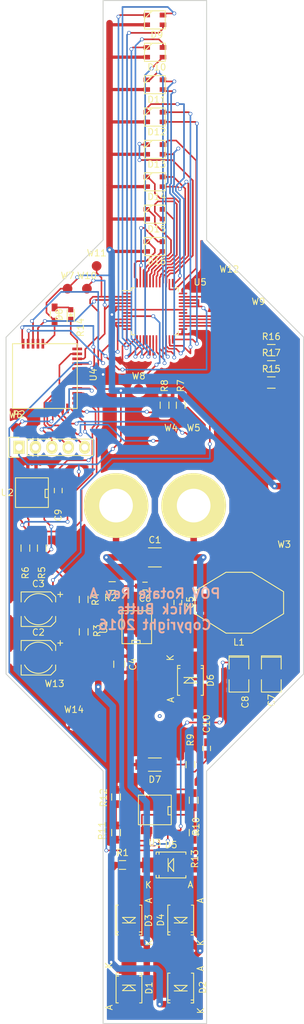
<source format=kicad_pcb>
(kicad_pcb (version 4) (host pcbnew 4.0.4-stable)
  (layers (0 F.Cu signal) (31 B.Cu signal) (34 B.Paste user) (35 F.Paste user) (36 B.SilkS user hide) (37 F.SilkS user) (38 B.Mask user) (39 F.Mask user) (44 Edge.Cuts user))
  (net 0 "")
  (net 1 "Net-(C1-Pad1)")
  (net 2 "Net-(C1-Pad2)")
  (net 3 PWR)
  (net 4 GND)
  (net 5 "Net-(C5-Pad1)")
  (net 6 "Net-(C6-Pad2)")
  (net 7 VCC)
  (net 8 "Net-(C10-Pad1)")
  (net 9 "Net-(C10-Pad2)")
  (net 10 "Net-(D5-Pad1)")
  (net 11 "Net-(D6-Pad1)")
  (net 12 "Net-(D8-Pad2)")
  (net 13 /BLE/LED)
  (net 14 /BLE/XRES)
  (net 15 /BLE/SWDCLK)
  (net 16 /BLE/SWDIO)
  (net 17 "Net-(R3-Pad1)")
  (net 18 /BLE/SCL)
  (net 19 /BLE/SDA)
  (net 20 /BLE/INPUT_POWER)
  (net 21 "Net-(R10-Pad1)")
  (net 22 "Net-(R11-Pad1)")
  (net 23 /BLE/ALIGNMENT)
  (net 24 /BLE/WP)
  (net 25 MOSI)
  (net 26 SCLK)
  (net 27 /BLE/TX)
  (net 28 /BLE/OTHER)
  (net 29 "Net-(U4-Pad21)")
  (net 30 "Net-(D9-Pad4)")
  (net 31 "Net-(D10-Pad4)")
  (net 32 "Net-(D11-Pad4)")
  (net 33 "Net-(D12-Pad4)")
  (net 34 "Net-(D13-Pad4)")
  (net 35 "Net-(D14-Pad4)")
  (net 36 "Net-(D15-Pad4)")
  (net 37 "Net-(D16-Pad4)")
  (net 38 "Net-(R15-Pad1)")
  (net 39 "Net-(R16-Pad1)")
  (net 40 "Net-(R17-Pad1)")
  (net 41 OE)
  (net 42 LE)
  (net 43 "Net-(D9-Pad1)")
  (net 44 "Net-(D9-Pad3)")
  (net 45 "Net-(D10-Pad1)")
  (net 46 "Net-(D10-Pad3)")
  (net 47 "Net-(D11-Pad1)")
  (net 48 "Net-(D11-Pad3)")
  (net 49 "Net-(D12-Pad1)")
  (net 50 "Net-(D12-Pad3)")
  (net 51 "Net-(D13-Pad1)")
  (net 52 "Net-(D13-Pad3)")
  (net 53 "Net-(D14-Pad1)")
  (net 54 "Net-(D14-Pad3)")
  (net 55 "Net-(D15-Pad1)")
  (net 56 "Net-(D15-Pad3)")
  (net 57 "Net-(D16-Pad1)")
  (net 58 "Net-(D16-Pad3)")
  (net 59 DG)
  (net 60 "Net-(U5-Pad8)")
  (net 61 "Net-(U5-Pad29)")
  (net 62 "Net-(U5-Pad35)")
  (module Diodes_SMD:SMB_Handsoldering (layer F.Cu) (at 192 222 90)
    (fp_text reference D4 (at 0 -3.1 90) (layer F.SilkS))
    (fp_text value D)
    (fp_text user K (at -3.5 3.1 90) (layer F.SilkS))
    (fp_text user A (at 3 3.05 90) (layer F.SilkS))
    (pad 1 smd rect (at -2.70002 0 90) (size 3.50012 2.30124) (layers F.Cu F.Paste F.Mask) (net 2 "Net-(C1-Pad2)"))
    (pad 2 smd rect (at 2.70002 0 90) (size 3.50012 2.30124) (layers F.Cu F.Paste F.Mask) (net 4 GND))
  )
  (module KicadLibrary:TDK_inductor_12.95x9.4x8.08 (layer F.Cu) (at 201 173)
    (fp_text reference L1 (at 0 6.1) (layer F.SilkS))
    (fp_text value 82u)
    (pad 2 smd rect (at 5.145 0) (size 2.92 2.79) (layers F.Cu F.Paste F.Mask) (net 7 VCC))
    (pad 1 smd rect (at -5.145 0) (size 2.92 2.79) (layers F.Cu F.Paste F.Mask) (net 11 "Net-(D6-Pad1)"))
  )
  (module SMD_Packages:SMD-1210_Pol (layer F.Cu) (at 201 184 270)
    (fp_text reference C8 (at 4.338 -0.97 270) (layer F.SilkS))
    (fp_text value 22u)
    (pad 1 smd rect (at -1.778 0 270) (size 1.778 2.794) (layers F.Cu F.Paste F.Mask) (net 7 VCC))
    (pad 2 smd rect (at 1.778 0 270) (size 1.778 2.794) (layers F.Cu F.Paste F.Mask) (net 4 GND))
  )
  (module Capacitors_SMD:C_1210_HandSoldering (layer F.Cu) (at 188 166)
    (fp_text reference C1 (at 0 -2.7) (layer F.SilkS))
    (fp_text value 100n)
    (pad 1 smd rect (at -2 0) (size 2 2.5) (layers F.Cu F.Paste F.Mask) (net 1 "Net-(C1-Pad1)"))
    (pad 2 smd rect (at 2 0) (size 2 2.5) (layers F.Cu F.Paste F.Mask) (net 2 "Net-(C1-Pad2)"))
  )
  (module Capacitors_SMD:c_elec_5x5.8 (layer F.Cu) (at 170 181.5 180)
    (fp_text reference C2 (at 0 3.9243 180) (layer F.SilkS))
    (fp_text value 10u)
    (fp_text user + (at -3.3782 2.3495 180) (layer F.SilkS))
    (pad 1 smd rect (at -2.2 0) (size 3 1.6) (layers F.Cu F.Paste F.Mask) (net 3 PWR))
    (pad 2 smd rect (at 2.2 0) (size 3 1.6) (layers F.Cu F.Paste F.Mask) (net 4 GND))
  )
  (module Capacitors_SMD:c_elec_5x5.8 (layer F.Cu) (at 170 174 180)
    (fp_text reference C3 (at 0 3.9243 180) (layer F.SilkS))
    (fp_text value 10u)
    (fp_text user + (at -3.3782 2.3495 180) (layer F.SilkS))
    (pad 1 smd rect (at -2.2 0) (size 3 1.6) (layers F.Cu F.Paste F.Mask) (net 3 PWR))
    (pad 2 smd rect (at 2.2 0) (size 3 1.6) (layers F.Cu F.Paste F.Mask) (net 4 GND))
  )
  (module Capacitors_SMD:C_0805_HandSoldering (layer F.Cu) (at 182.5 182.5 270)
    (fp_text reference C4 (at 0 -2.1 270) (layer F.SilkS))
    (fp_text value 1.5u)
    (pad 1 smd rect (at -1.25 0 270) (size 1.5 1.25) (layers F.Cu F.Paste F.Mask) (net 3 PWR))
    (pad 2 smd rect (at 1.25 0 270) (size 1.5 1.25) (layers F.Cu F.Paste F.Mask) (net 4 GND))
  )
  (module Capacitors_SMD:C_0603_HandSoldering (layer F.Cu) (at 191.56 172.97 270)
    (fp_text reference C5 (at 0 -1.9 270) (layer F.SilkS))
    (fp_text value 56p)
    (pad 1 smd rect (at -0.95 0 270) (size 1.2 0.75) (layers F.Cu F.Paste F.Mask) (net 5 "Net-(C5-Pad1)"))
    (pad 2 smd rect (at 0.95 0 270) (size 1.2 0.75) (layers F.Cu F.Paste F.Mask) (net 4 GND))
  )
  (module Capacitors_SMD:C_0603_HandSoldering (layer F.Cu) (at 186.48 170.43 180)
    (fp_text reference C6 (at 0 -1.9 180) (layer F.SilkS))
    (fp_text value 8.2n)
    (pad 1 smd rect (at -0.95 0 180) (size 1.2 0.75) (layers F.Cu F.Paste F.Mask) (net 5 "Net-(C5-Pad1)"))
    (pad 2 smd rect (at 0.95 0 180) (size 1.2 0.75) (layers F.Cu F.Paste F.Mask) (net 6 "Net-(C6-Pad2)"))
  )
  (module SMD_Packages:SMD-1210_Pol (layer F.Cu) (at 206 184 270)
    (fp_text reference C7 (at 4.084 -0.034 270) (layer F.SilkS))
    (fp_text value 22u)
    (pad 1 smd rect (at -1.778 0 270) (size 1.778 2.794) (layers F.Cu F.Paste F.Mask) (net 7 VCC))
    (pad 2 smd rect (at 1.778 0 270) (size 1.778 2.794) (layers F.Cu F.Paste F.Mask) (net 4 GND))
  )
  (module Capacitors_SMD:C_0603_HandSoldering (layer F.Cu) (at 173.07 155.68 90)
    (fp_text reference C9 (at -3.81 0 90) (layer F.SilkS))
    (fp_text value 0.1u)
    (pad 1 smd rect (at -0.95 0 90) (size 1.2 0.75) (layers F.Cu F.Paste F.Mask) (net 7 VCC))
    (pad 2 smd rect (at 0.95 0 90) (size 1.2 0.75) (layers F.Cu F.Paste F.Mask) (net 4 GND))
  )
  (module Capacitors_SMD:C_0603_HandSoldering (layer F.Cu) (at 196 195.5 90)
    (fp_text reference C10 (at 3.81 0 90) (layer F.SilkS))
    (fp_text value 3p)
    (pad 1 smd rect (at -0.95 0 90) (size 1.2 0.75) (layers F.Cu F.Paste F.Mask) (net 8 "Net-(C10-Pad1)"))
    (pad 2 smd rect (at 0.95 0 90) (size 1.2 0.75) (layers F.Cu F.Paste F.Mask) (net 9 "Net-(C10-Pad2)"))
  )
  (module Diodes_SMD:SMB_Handsoldering (layer F.Cu) (at 184 232.5 270)
    (fp_text reference D1 (at 0 -3.1 270) (layer F.SilkS))
    (fp_text value D)
    (fp_text user K (at -3.5 3.1 270) (layer F.SilkS))
    (fp_text user A (at 3 3.05 270) (layer F.SilkS))
    (pad 1 smd rect (at -2.70002 0 270) (size 3.50012 2.30124) (layers F.Cu F.Paste F.Mask) (net 3 PWR))
    (pad 2 smd rect (at 2.70002 0 270) (size 3.50012 2.30124) (layers F.Cu F.Paste F.Mask) (net 1 "Net-(C1-Pad1)"))
  )
  (module Diodes_SMD:SMB_Handsoldering (layer F.Cu) (at 192 232.5 90)
    (fp_text reference D2 (at 0.096 3.406 90) (layer F.SilkS))
    (fp_text value D)
    (fp_text user K (at -3.5 3.1 90) (layer F.SilkS))
    (fp_text user A (at 3 3.05 90) (layer F.SilkS))
    (pad 1 smd rect (at -2.70002 0 90) (size 3.50012 2.30124) (layers F.Cu F.Paste F.Mask) (net 3 PWR))
    (pad 2 smd rect (at 2.70002 0 90) (size 3.50012 2.30124) (layers F.Cu F.Paste F.Mask) (net 2 "Net-(C1-Pad2)"))
  )
  (module Diodes_SMD:SMB_Handsoldering (layer F.Cu) (at 184 222 90)
    (fp_text reference D3 (at -0.096 3.04 90) (layer F.SilkS))
    (fp_text value D)
    (fp_text user K (at -3.5 3.1 90) (layer F.SilkS))
    (fp_text user A (at 3 3.05 90) (layer F.SilkS))
    (pad 1 smd rect (at -2.70002 0 90) (size 3.50012 2.30124) (layers F.Cu F.Paste F.Mask) (net 1 "Net-(C1-Pad1)"))
    (pad 2 smd rect (at 2.70002 0 90) (size 3.50012 2.30124) (layers F.Cu F.Paste F.Mask) (net 4 GND))
  )
  (module Diodes_SMD:SMB_Handsoldering (layer F.Cu) (at 190.5 213.5)
    (fp_text reference D5 (at 0 -3.1) (layer F.SilkS))
    (fp_text value TVS)
    (fp_text user K (at -3.5 3.1) (layer F.SilkS))
    (fp_text user A (at 3 3.05) (layer F.SilkS))
    (pad 1 smd rect (at -2.70002 0) (size 3.50012 2.30124) (layers F.Cu F.Paste F.Mask) (net 10 "Net-(D5-Pad1)"))
    (pad 2 smd rect (at 2.70002 0) (size 3.50012 2.30124) (layers F.Cu F.Paste F.Mask) (net 4 GND))
  )
  (module Diodes_SMD:SMB_Handsoldering (layer F.Cu) (at 193.5 185 270)
    (fp_text reference D6 (at 0 -3.1 270) (layer F.SilkS))
    (fp_text value STPS2L40)
    (fp_text user K (at -3.5 3.1 270) (layer F.SilkS))
    (fp_text user A (at 3 3.05 270) (layer F.SilkS))
    (pad 1 smd rect (at -2.70002 0 270) (size 3.50012 2.30124) (layers F.Cu F.Paste F.Mask) (net 11 "Net-(D6-Pad1)"))
    (pad 2 smd rect (at 2.70002 0 270) (size 3.50012 2.30124) (layers F.Cu F.Paste F.Mask) (net 4 GND))
  )
  (module Capacitors_SMD:C_1206_HandSoldering (layer F.Cu) (at 188 198 180)
    (fp_text reference D7 (at 0 -2.3 180) (layer F.SilkS))
    (fp_text value PD15-21B/TR8)
    (pad 1 smd rect (at -2 0 180) (size 2 1.6) (layers F.Cu F.Paste F.Mask) (net 9 "Net-(C10-Pad2)"))
    (pad 2 smd rect (at 2 0 180) (size 2 1.6) (layers F.Cu F.Paste F.Mask) (net 4 GND))
  )
  (module LEDs:LED_0603 (layer F.Cu) (at 175 128.5 90)
    (fp_text reference D8 (at -0.02 -1.778 90) (layer F.SilkS))
    (fp_text value LED)
    (pad 2 smd rect (at 0.7493 0 270) (size 0.79756 0.79756) (layers F.Cu F.Paste F.Mask) (net 12 "Net-(D8-Pad2)"))
    (pad 1 smd rect (at -0.7493 0 270) (size 0.79756 0.79756) (layers F.Cu F.Paste F.Mask) (net 13 /BLE/LED))
  )
  (module Socket_Strips:Socket_Strip_Straight_1x05 (layer F.Cu) (at 167 149)
    (fp_text reference P2 (at 0 -5.1) (layer F.SilkS))
    (fp_text value CONN_01X05)
    (pad 1 thru_hole rect (at 0 0) (size 1.7272 2.032) (drill 1.016) (layers *.Cu *.Mask F.SilkS) (net 7 VCC))
    (pad 2 thru_hole oval (at 2.54 0) (size 1.7272 2.032) (drill 1.016) (layers *.Cu *.Mask F.SilkS) (net 4 GND))
    (pad 3 thru_hole oval (at 5.08 0) (size 1.7272 2.032) (drill 1.016) (layers *.Cu *.Mask F.SilkS) (net 14 /BLE/XRES))
    (pad 4 thru_hole oval (at 7.62 0) (size 1.7272 2.032) (drill 1.016) (layers *.Cu *.Mask F.SilkS) (net 15 /BLE/SWDCLK))
    (pad 5 thru_hole oval (at 10.16 0) (size 1.7272 2.032) (drill 1.016) (layers *.Cu *.Mask F.SilkS) (net 16 /BLE/SWDIO))
  )
  (module Resistors_SMD:R_0603_HandSoldering (layer F.Cu) (at 183 213.5)
    (fp_text reference R1 (at 0 -1.9) (layer F.SilkS))
    (fp_text value 0)
    (pad 1 smd rect (at -1.1 0) (size 1.2 0.9) (layers F.Cu F.Paste F.Mask) (net 3 PWR))
    (pad 2 smd rect (at 1.1 0) (size 1.2 0.9) (layers F.Cu F.Paste F.Mask) (net 10 "Net-(D5-Pad1)"))
  )
  (module Resistors_SMD:R_0603_HandSoldering (layer F.Cu) (at 181.4 170.43 180)
    (fp_text reference R2 (at 0.258 -1.794 180) (layer F.SilkS))
    (fp_text value 11k)
    (pad 1 smd rect (at -1.1 0 180) (size 1.2 0.9) (layers F.Cu F.Paste F.Mask) (net 6 "Net-(C6-Pad2)"))
    (pad 2 smd rect (at 1.1 0 180) (size 1.2 0.9) (layers F.Cu F.Paste F.Mask) (net 4 GND))
  )
  (module Resistors_SMD:R_0603_HandSoldering (layer F.Cu) (at 177 177.5 270)
    (fp_text reference R3 (at -0.172 -2.078 270) (layer F.SilkS))
    (fp_text value 4.3k)
    (pad 1 smd rect (at -1.1 0 270) (size 1.2 0.9) (layers F.Cu F.Paste F.Mask) (net 17 "Net-(R3-Pad1)"))
    (pad 2 smd rect (at 1.1 0 270) (size 1.2 0.9) (layers F.Cu F.Paste F.Mask) (net 4 GND))
  )
  (module Resistors_SMD:R_0603_HandSoldering (layer F.Cu) (at 177 172.5 90)
    (fp_text reference R4 (at 0.014 1.824 90) (layer F.SilkS))
    (fp_text value 13k)
    (pad 1 smd rect (at -1.1 0 90) (size 1.2 0.9) (layers F.Cu F.Paste F.Mask) (net 17 "Net-(R3-Pad1)"))
    (pad 2 smd rect (at 1.1 0 90) (size 1.2 0.9) (layers F.Cu F.Paste F.Mask) (net 7 VCC))
  )
  (module Resistors_SMD:R_0603_HandSoldering (layer F.Cu) (at 170.53 164.57 90)
    (fp_text reference R5 (at -3.81 0 90) (layer F.SilkS))
    (fp_text value 4k)
    (pad 1 smd rect (at -1.1 0 90) (size 1.2 0.9) (layers F.Cu F.Paste F.Mask) (net 7 VCC))
    (pad 2 smd rect (at 1.1 0 90) (size 1.2 0.9) (layers F.Cu F.Paste F.Mask) (net 18 /BLE/SCL))
  )
  (module Resistors_SMD:R_0603_HandSoldering (layer F.Cu) (at 167.99 164.57 90)
    (fp_text reference R6 (at -3.81 0 90) (layer F.SilkS))
    (fp_text value 4k)
    (pad 1 smd rect (at -1.1 0 90) (size 1.2 0.9) (layers F.Cu F.Paste F.Mask) (net 7 VCC))
    (pad 2 smd rect (at 1.1 0 90) (size 1.2 0.9) (layers F.Cu F.Paste F.Mask) (net 19 /BLE/SDA))
  )
  (module Resistors_SMD:R_0603_HandSoldering (layer F.Cu) (at 192 142.5 270)
    (fp_text reference R7 (at -3 0 270) (layer F.SilkS))
    (fp_text value 100k)
    (pad 1 smd rect (at -1.1 0 270) (size 1.2 0.9) (layers F.Cu F.Paste F.Mask) (net 3 PWR))
    (pad 2 smd rect (at 1.1 0 270) (size 1.2 0.9) (layers F.Cu F.Paste F.Mask) (net 20 /BLE/INPUT_POWER))
  )
  (module Resistors_SMD:R_0603_HandSoldering (layer F.Cu) (at 189.5 142.5 90)
    (fp_text reference R8 (at 3 0 90) (layer F.SilkS))
    (fp_text value 1M)
    (pad 1 smd rect (at -1.1 0 90) (size 1.2 0.9) (layers F.Cu F.Paste F.Mask) (net 20 /BLE/INPUT_POWER))
    (pad 2 smd rect (at 1.1 0 90) (size 1.2 0.9) (layers F.Cu F.Paste F.Mask) (net 4 GND))
  )
  (module Resistors_SMD:R_0603_HandSoldering (layer F.Cu) (at 193.5 198 90)
    (fp_text reference R9 (at 3.81 0 90) (layer F.SilkS))
    (fp_text value 1M)
    (pad 1 smd rect (at -1.1 0 90) (size 1.2 0.9) (layers F.Cu F.Paste F.Mask) (net 8 "Net-(C10-Pad1)"))
    (pad 2 smd rect (at 1.1 0 90) (size 1.2 0.9) (layers F.Cu F.Paste F.Mask) (net 9 "Net-(C10-Pad2)"))
  )
  (module Resistors_SMD:R_0603_HandSoldering (layer F.Cu) (at 194 203.5 90)
    (fp_text reference R10 (at -4.038 0.366 90) (layer F.SilkS))
    (fp_text value 6K)
    (pad 1 smd rect (at -1.1 0 90) (size 1.2 0.9) (layers F.Cu F.Paste F.Mask) (net 21 "Net-(R10-Pad1)"))
    (pad 2 smd rect (at 1.1 0 90) (size 1.2 0.9) (layers F.Cu F.Paste F.Mask) (net 8 "Net-(C10-Pad1)"))
  )
  (module Resistors_SMD:R_0603_HandSoldering (layer F.Cu) (at 182 208.5 270)
    (fp_text reference R11 (at -0.296 2.176 270) (layer F.SilkS))
    (fp_text value 100k)
    (pad 1 smd rect (at -1.1 0 270) (size 1.2 0.9) (layers F.Cu F.Paste F.Mask) (net 22 "Net-(R11-Pad1)"))
    (pad 2 smd rect (at 1.1 0 270) (size 1.2 0.9) (layers F.Cu F.Paste F.Mask) (net 7 VCC))
  )
  (module Resistors_SMD:R_0603_HandSoldering (layer F.Cu) (at 182 203 270)
    (fp_text reference R12 (at 0.116 1.922 270) (layer F.SilkS))
    (fp_text value 100k)
    (pad 1 smd rect (at -1.1 0 270) (size 1.2 0.9) (layers F.Cu F.Paste F.Mask) (net 4 GND))
    (pad 2 smd rect (at 1.1 0 270) (size 1.2 0.9) (layers F.Cu F.Paste F.Mask) (net 22 "Net-(R11-Pad1)"))
  )
  (module Resistors_SMD:R_0603_HandSoldering (layer F.Cu) (at 194 208.5 90)
    (fp_text reference R13 (at -4.038 0.176 90) (layer F.SilkS))
    (fp_text value 100K)
    (pad 1 smd rect (at -1.1 0 90) (size 1.2 0.9) (layers F.Cu F.Paste F.Mask) (net 23 /BLE/ALIGNMENT))
    (pad 2 smd rect (at 1.1 0 90) (size 1.2 0.9) (layers F.Cu F.Paste F.Mask) (net 21 "Net-(R10-Pad1)"))
  )
  (module Resistors_SMD:R_0603_HandSoldering (layer F.Cu) (at 172.5 128.5 270)
    (fp_text reference R14 (at 2 -4 270) (layer F.SilkS))
    (fp_text value 330)
    (pad 1 smd rect (at -1.1 0 270) (size 1.2 0.9) (layers F.Cu F.Paste F.Mask) (net 12 "Net-(D8-Pad2)"))
    (pad 2 smd rect (at 1.1 0 270) (size 1.2 0.9) (layers F.Cu F.Paste F.Mask) (net 7 VCC))
  )
  (module SMD_Packages:SOIC-8-N (layer F.Cu) (at 185.21 176.78 90)
    (fp_text reference U1 (at -0.016 -5.084 90) (layer F.SilkS))
    (fp_text value A5970AD)
    (pad 8 smd rect (at -1.905 -3.175 90) (size 0.508 1.143) (layers F.Cu F.Paste F.Mask) (net 3 PWR))
    (pad 7 smd rect (at -0.635 -3.175 90) (size 0.508 1.143) (layers F.Cu F.Paste F.Mask) (net 4 GND))
    (pad 6 smd rect (at 0.635 -3.175 90) (size 0.508 1.143) (layers F.Cu F.Paste F.Mask))
    (pad 5 smd rect (at 1.905 -3.175 90) (size 0.508 1.143) (layers F.Cu F.Paste F.Mask) (net 17 "Net-(R3-Pad1)"))
    (pad 4 smd rect (at 1.905 3.175 90) (size 0.508 1.143) (layers F.Cu F.Paste F.Mask) (net 5 "Net-(C5-Pad1)"))
    (pad 3 smd rect (at 0.635 3.175 90) (size 0.508 1.143) (layers F.Cu F.Paste F.Mask) (net 4 GND))
    (pad 2 smd rect (at -0.635 3.175 90) (size 0.508 1.143) (layers F.Cu F.Paste F.Mask))
    (pad 1 smd rect (at -1.905 3.175 90) (size 0.508 1.143) (layers F.Cu F.Paste F.Mask) (net 11 "Net-(D6-Pad1)"))
  )
  (module SMD_Packages:SOIC-8-N (layer F.Cu) (at 169 156 180)
    (fp_text reference U2 (at 3.81 0 180) (layer F.SilkS))
    (fp_text value M24M01)
    (pad 8 smd rect (at -1.905 -3.175 180) (size 0.508 1.143) (layers F.Cu F.Paste F.Mask) (net 7 VCC))
    (pad 7 smd rect (at -0.635 -3.175 180) (size 0.508 1.143) (layers F.Cu F.Paste F.Mask) (net 24 /BLE/WP))
    (pad 6 smd rect (at 0.635 -3.175 180) (size 0.508 1.143) (layers F.Cu F.Paste F.Mask) (net 18 /BLE/SCL))
    (pad 5 smd rect (at 1.905 -3.175 180) (size 0.508 1.143) (layers F.Cu F.Paste F.Mask) (net 19 /BLE/SDA))
    (pad 4 smd rect (at 1.905 3.175 180) (size 0.508 1.143) (layers F.Cu F.Paste F.Mask) (net 4 GND))
    (pad 3 smd rect (at 0.635 3.175 180) (size 0.508 1.143) (layers F.Cu F.Paste F.Mask) (net 4 GND))
    (pad 2 smd rect (at -0.635 3.175 180) (size 0.508 1.143) (layers F.Cu F.Paste F.Mask) (net 4 GND))
    (pad 1 smd rect (at -1.905 3.175 180) (size 0.508 1.143) (layers F.Cu F.Paste F.Mask))
  )
  (module SMD_Packages:SOIC-8-N (layer F.Cu) (at 188 205 180)
    (fp_text reference U3 (at 0 -5.07 180) (layer F.SilkS))
    (fp_text value LMC6062)
    (pad 8 smd rect (at -1.905 -3.175 180) (size 0.508 1.143) (layers F.Cu F.Paste F.Mask) (net 7 VCC))
    (pad 7 smd rect (at -0.635 -3.175 180) (size 0.508 1.143) (layers F.Cu F.Paste F.Mask) (net 23 /BLE/ALIGNMENT))
    (pad 6 smd rect (at 0.635 -3.175 180) (size 0.508 1.143) (layers F.Cu F.Paste F.Mask) (net 22 "Net-(R11-Pad1)"))
    (pad 5 smd rect (at 1.905 -3.175 180) (size 0.508 1.143) (layers F.Cu F.Paste F.Mask) (net 21 "Net-(R10-Pad1)"))
    (pad 4 smd rect (at 1.905 3.175 180) (size 0.508 1.143) (layers F.Cu F.Paste F.Mask) (net 4 GND))
    (pad 3 smd rect (at 0.635 3.175 180) (size 0.508 1.143) (layers F.Cu F.Paste F.Mask) (net 4 GND))
    (pad 2 smd rect (at -0.635 3.175 180) (size 0.508 1.143) (layers F.Cu F.Paste F.Mask) (net 9 "Net-(C10-Pad2)"))
    (pad 1 smd rect (at -1.905 3.175 180) (size 0.508 1.143) (layers F.Cu F.Paste F.Mask) (net 8 "Net-(C10-Pad1)"))
  )
  (module KicadLibrary:CYBLE-022001 (layer F.Cu) (at 166 133 90)
    (fp_text reference U4 (at -4.8 12.5 90) (layer F.SilkS))
    (fp_text value CYBLE-022001-00)
    (pad 1 smd rect (at 0 1.64 90) (size 1.5 0.41) (layers F.Cu F.Paste F.Mask) (net 4 GND))
    (pad 2 smd rect (at 0 2.41 90) (size 1.5 0.41) (layers F.Cu F.Paste F.Mask) (net 59 DG))
    (pad 3 smd rect (at 0 3.17 90) (size 1.5 0.41) (layers F.Cu F.Paste F.Mask) (net 41 OE))
    (pad 4 smd rect (at 0 3.93 90) (size 1.5 0.41) (layers F.Cu F.Paste F.Mask) (net 42 LE))
    (pad 5 smd rect (at 0 4.69 90) (size 1.5 0.41) (layers F.Cu F.Paste F.Mask) (net 7 VCC))
    (pad 6 smd rect (at -0.81 10 180) (size 1.5 0.41) (layers F.Cu F.Paste F.Mask) (net 13 /BLE/LED))
    (pad 7 smd rect (at -1.57 10 180) (size 1.5 0.41) (layers F.Cu F.Paste F.Mask) (net 15 /BLE/SWDCLK))
    (pad 8 smd rect (at -2.34 10 180) (size 1.5 0.41) (layers F.Cu F.Paste F.Mask) (net 25 MOSI))
    (pad 9 smd rect (at -3.1 10 180) (size 1.5 0.41) (layers F.Cu F.Paste F.Mask) (net 23 /BLE/ALIGNMENT))
    (pad 10 smd rect (at -3.86 10 180) (size 1.5 0.41) (layers F.Cu F.Paste F.Mask) (net 4 GND))
    (pad 11 smd rect (at -4.62 10 180) (size 1.5 0.41) (layers F.Cu F.Paste F.Mask) (net 16 /BLE/SWDIO))
    (pad 12 smd rect (at -5.38 10 180) (size 1.5 0.41) (layers F.Cu F.Paste F.Mask) (net 26 SCLK))
    (pad 13 smd rect (at -6.15 10 180) (size 1.5 0.41) (layers F.Cu F.Paste F.Mask) (net 7 VCC))
    (pad 14 smd rect (at -6.91 10 180) (size 1.5 0.41) (layers F.Cu F.Paste F.Mask) (net 14 /BLE/XRES))
    (pad 15 smd rect (at -7.67 10 180) (size 1.5 0.41) (layers F.Cu F.Paste F.Mask) (net 18 /BLE/SCL))
    (pad 16 smd rect (at -8.43 10 180) (size 1.5 0.41) (layers F.Cu F.Paste F.Mask) (net 19 /BLE/SDA))
    (pad 17 smd rect (at -9.19 10 180) (size 1.5 0.41) (layers F.Cu F.Paste F.Mask) (net 20 /BLE/INPUT_POWER))
    (pad 18 smd rect (at -10 8.5 90) (size 1.5 0.41) (layers F.Cu F.Paste F.Mask) (net 24 /BLE/WP))
    (pad 19 smd rect (at -10 7.74 90) (size 1.5 0.41) (layers F.Cu F.Paste F.Mask) (net 27 /BLE/TX))
    (pad 20 smd rect (at -10 6.98 90) (size 1.5 0.41) (layers F.Cu F.Paste F.Mask) (net 28 /BLE/OTHER))
    (pad 21 smd rect (at -10 6.22 90) (size 1.5 0.41) (layers F.Cu F.Paste F.Mask) (net 29 "Net-(U4-Pad21)"))
  )
  (module Mounting_Holes:MountingHole_3.2mm_M3_DIN965_Pad (layer F.Cu) (at 194 158)
    (fp_text reference W1 (at 0 -3.8) (layer F.SilkS))
    (fp_text value NEG_COIL)
    (pad 1 thru_hole circle (at 0 0) (size 10 10) (drill 5.2) (layers *.Cu *.Mask F.SilkS) (net 2 "Net-(C1-Pad2)"))
  )
  (module Mounting_Holes:MountingHole_3.2mm_M3_DIN965_Pad (layer F.Cu) (at 182 158)
    (fp_text reference W2 (at 0 -3.8) (layer F.SilkS))
    (fp_text value POS_COIL)
    (pad 1 thru_hole circle (at 0 0) (size 10 10) (drill 5.2) (layers *.Cu *.Mask F.SilkS) (net 1 "Net-(C1-Pad1)"))
  )
  (module Measurement_Points:Measurement_Point_Round-SMD-Pad_Small (layer F.Cu) (at 208 166)
    (fp_text reference W3 (at 0 -2) (layer F.SilkS))
    (fp_text value VCC)
    (pad 1 smd circle (at 0 0) (size 1.5 1.5) (layers F.Cu F.Mask) (net 7 VCC))
  )
  (module Measurement_Points:Measurement_Point_Round-SMD-Pad_Small (layer F.Cu) (at 190.5 148)
    (fp_text reference W4 (at 0 -2) (layer F.SilkS))
    (fp_text value P3.6)
    (pad 1 smd circle (at 0 0) (size 1.5 1.5) (layers F.Cu F.Mask) (net 28 /BLE/OTHER))
  )
  (module Measurement_Points:Measurement_Point_Round-SMD-Pad_Small (layer F.Cu) (at 194 148)
    (fp_text reference W5 (at 0 -2) (layer F.SilkS))
    (fp_text value TEST_1P)
    (pad 1 smd circle (at 0 0) (size 1.5 1.5) (layers F.Cu F.Mask) (net 27 /BLE/TX))
  )
  (module Measurement_Points:Measurement_Point_Round-SMD-Pad_Small (layer F.Cu) (at 166.5 146)
    (fp_text reference W6 (at 0 -2) (layer F.SilkS))
    (fp_text value P4.0)
    (pad 1 smd circle (at 0 0) (size 1.5 1.5) (layers F.Cu F.Mask) (net 29 "Net-(U4-Pad21)"))
  )
  (module Measurement_Points:Measurement_Point_Round-SMD-Pad_Small (layer F.Cu) (at 174.5 124.5)
    (fp_text reference W7 (at 0 -2) (layer F.SilkS))
    (fp_text value TEST_1P)
    (pad 1 smd circle (at 0 0) (size 1.5 1.5) (layers F.Cu F.Mask) (net 7 VCC))
  )
  (module Measurement_Points:Measurement_Point_Round-SMD-Pad_Small (layer F.Cu) (at 185.5 140)
    (fp_text reference W8 (at 0 -2) (layer F.SilkS))
    (fp_text value TEST_1P)
    (pad 1 smd circle (at 0 0) (size 1.5 1.5) (layers F.Cu F.Mask) (net 60 "Net-(U5-Pad8)"))
  )
  (module Measurement_Points:Measurement_Point_Round-SMD-Pad_Small (layer F.Cu) (at 204 128.5)
    (fp_text reference W9 (at 0 -2) (layer F.SilkS))
    (fp_text value TEST_1P)
    (pad 1 smd circle (at 0 0) (size 1.5 1.5) (layers F.Cu F.Mask) (net 61 "Net-(U5-Pad29)"))
  )
  (module Resistors_SMD:R_0805 (layer F.Cu) (at 206 134)
    (fp_text reference R16 (at 0 -2.1) (layer F.SilkS))
    (fp_text value 1K)
    (pad 1 smd rect (at -0.95 0) (size 0.7 1.3) (layers F.Cu F.Paste F.Mask) (net 39 "Net-(R16-Pad1)"))
    (pad 2 smd rect (at 0.95 0) (size 0.7 1.3) (layers F.Cu F.Paste F.Mask) (net 4 GND))
  )
  (module Resistors_SMD:R_0805 (layer F.Cu) (at 206 136.5)
    (fp_text reference R17 (at 0 -2.1) (layer F.SilkS))
    (fp_text value 1K)
    (pad 1 smd rect (at -0.95 0) (size 0.7 1.3) (layers F.Cu F.Paste F.Mask) (net 40 "Net-(R17-Pad1)"))
    (pad 2 smd rect (at 0.95 0) (size 0.7 1.3) (layers F.Cu F.Paste F.Mask) (net 4 GND))
  )
  (module Resistors_SMD:R_0805 (layer F.Cu) (at 206 139)
    (fp_text reference R15 (at 0 -2.1) (layer F.SilkS))
    (fp_text value 1K)
    (pad 1 smd rect (at -0.95 0) (size 0.7 1.3) (layers F.Cu F.Paste F.Mask) (net 38 "Net-(R15-Pad1)"))
    (pad 2 smd rect (at 0.95 0) (size 0.7 1.3) (layers F.Cu F.Paste F.Mask) (net 4 GND))
  )
  (module Measurement_Points:Measurement_Point_Round-SMD-Pad_Small (layer F.Cu) (at 177.5 124.5)
    (fp_text reference W10 (at 0 -2) (layer F.SilkS))
    (fp_text value TEST_1P)
    (pad 1 smd circle (at 0 0) (size 1.5 1.5) (layers F.Cu F.Mask) (net 26 SCLK))
  )
  (module Measurement_Points:Measurement_Point_Round-SMD-Pad_Small (layer F.Cu) (at 179 121)
    (fp_text reference W11 (at 0 -2) (layer F.SilkS))
    (fp_text value TEST_1P)
    (pad 1 smd circle (at 0 0) (size 1.5 1.5) (layers F.Cu F.Mask) (net 25 MOSI))
  )
  (module Measurement_Points:Measurement_Point_Round-SMD-Pad_Small (layer F.Cu) (at 199.5 123.5)
    (fp_text reference W12 (at 0 -2) (layer F.SilkS))
    (fp_text value TEST_1P)
    (pad 1 smd circle (at 0 0) (size 1.5 1.5) (layers F.Cu F.Mask) (net 62 "Net-(U5-Pad35)"))
  )
  (module KicadFootprint:CREE_PLCC4 (layer F.Cu) (at 188 83)
    (fp_text reference D9 (at 0.3 2.3) (layer F.SilkS))
    (fp_text value LED_RABG)
    (pad 4 smd rect (at 1.25 -0.75) (size 1 0.75) (layers F.Cu F.Paste F.Mask) (net 30 "Net-(D9-Pad4)"))
    (pad 1 smd rect (at -1.25 -0.75) (size 1 0.7) (layers F.Cu F.Paste F.Mask) (net 43 "Net-(D9-Pad1)"))
    (pad 2 smd rect (at -1.25 0.75) (size 1 0.7) (layers F.Cu F.Paste F.Mask) (net 7 VCC))
    (pad 3 smd rect (at 1.25 0.75) (size 1 0.7) (layers F.Cu F.Paste F.Mask) (net 44 "Net-(D9-Pad3)"))
  )
  (module KicadFootprint:CREE_PLCC4 (layer F.Cu) (at 188 88)
    (fp_text reference D10 (at 0.3 2.3) (layer F.SilkS))
    (fp_text value LED_RABG)
    (pad 4 smd rect (at 1.25 -0.75) (size 1 0.75) (layers F.Cu F.Paste F.Mask) (net 31 "Net-(D10-Pad4)"))
    (pad 1 smd rect (at -1.25 -0.75) (size 1 0.7) (layers F.Cu F.Paste F.Mask) (net 45 "Net-(D10-Pad1)"))
    (pad 2 smd rect (at -1.25 0.75) (size 1 0.7) (layers F.Cu F.Paste F.Mask) (net 7 VCC))
    (pad 3 smd rect (at 1.25 0.75) (size 1 0.7) (layers F.Cu F.Paste F.Mask) (net 46 "Net-(D10-Pad3)"))
  )
  (module KicadFootprint:CREE_PLCC4 (layer F.Cu) (at 188 93)
    (fp_text reference D11 (at 0.3 2.3) (layer F.SilkS))
    (fp_text value LED_RABG)
    (pad 4 smd rect (at 1.25 -0.75) (size 1 0.75) (layers F.Cu F.Paste F.Mask) (net 32 "Net-(D11-Pad4)"))
    (pad 1 smd rect (at -1.25 -0.75) (size 1 0.7) (layers F.Cu F.Paste F.Mask) (net 47 "Net-(D11-Pad1)"))
    (pad 2 smd rect (at -1.25 0.75) (size 1 0.7) (layers F.Cu F.Paste F.Mask) (net 7 VCC))
    (pad 3 smd rect (at 1.25 0.75) (size 1 0.7) (layers F.Cu F.Paste F.Mask) (net 48 "Net-(D11-Pad3)"))
  )
  (module KicadFootprint:CREE_PLCC4 (layer F.Cu) (at 188 98)
    (fp_text reference D12 (at 0.3 2.3) (layer F.SilkS))
    (fp_text value LED_RABG)
    (pad 4 smd rect (at 1.25 -0.75) (size 1 0.75) (layers F.Cu F.Paste F.Mask) (net 33 "Net-(D12-Pad4)"))
    (pad 1 smd rect (at -1.25 -0.75) (size 1 0.7) (layers F.Cu F.Paste F.Mask) (net 49 "Net-(D12-Pad1)"))
    (pad 2 smd rect (at -1.25 0.75) (size 1 0.7) (layers F.Cu F.Paste F.Mask) (net 7 VCC))
    (pad 3 smd rect (at 1.25 0.75) (size 1 0.7) (layers F.Cu F.Paste F.Mask) (net 50 "Net-(D12-Pad3)"))
  )
  (module KicadFootprint:CREE_PLCC4 (layer F.Cu) (at 188 103)
    (fp_text reference D13 (at 0.3 2.3) (layer F.SilkS))
    (fp_text value LED_RABG)
    (pad 4 smd rect (at 1.25 -0.75) (size 1 0.75) (layers F.Cu F.Paste F.Mask) (net 34 "Net-(D13-Pad4)"))
    (pad 1 smd rect (at -1.25 -0.75) (size 1 0.7) (layers F.Cu F.Paste F.Mask) (net 51 "Net-(D13-Pad1)"))
    (pad 2 smd rect (at -1.25 0.75) (size 1 0.7) (layers F.Cu F.Paste F.Mask) (net 7 VCC))
    (pad 3 smd rect (at 1.25 0.75) (size 1 0.7) (layers F.Cu F.Paste F.Mask) (net 52 "Net-(D13-Pad3)"))
  )
  (module KicadFootprint:CREE_PLCC4 (layer F.Cu) (at 188 108)
    (fp_text reference D14 (at 0.3 2.3) (layer F.SilkS))
    (fp_text value LED_RABG)
    (pad 4 smd rect (at 1.25 -0.75) (size 1 0.75) (layers F.Cu F.Paste F.Mask) (net 35 "Net-(D14-Pad4)"))
    (pad 1 smd rect (at -1.25 -0.75) (size 1 0.7) (layers F.Cu F.Paste F.Mask) (net 53 "Net-(D14-Pad1)"))
    (pad 2 smd rect (at -1.25 0.75) (size 1 0.7) (layers F.Cu F.Paste F.Mask) (net 7 VCC))
    (pad 3 smd rect (at 1.25 0.75) (size 1 0.7) (layers F.Cu F.Paste F.Mask) (net 54 "Net-(D14-Pad3)"))
  )
  (module KicadFootprint:CREE_PLCC4 (layer F.Cu) (at 188 113)
    (fp_text reference D15 (at 0.3 2.3) (layer F.SilkS))
    (fp_text value LED_RABG)
    (pad 4 smd rect (at 1.25 -0.75) (size 1 0.75) (layers F.Cu F.Paste F.Mask) (net 36 "Net-(D15-Pad4)"))
    (pad 1 smd rect (at -1.25 -0.75) (size 1 0.7) (layers F.Cu F.Paste F.Mask) (net 55 "Net-(D15-Pad1)"))
    (pad 2 smd rect (at -1.25 0.75) (size 1 0.7) (layers F.Cu F.Paste F.Mask) (net 7 VCC))
    (pad 3 smd rect (at 1.25 0.75) (size 1 0.7) (layers F.Cu F.Paste F.Mask) (net 56 "Net-(D15-Pad3)"))
  )
  (module KicadFootprint:CREE_PLCC4 (layer F.Cu) (at 188 118)
    (fp_text reference D16 (at 0.3 2.3) (layer F.SilkS))
    (fp_text value LED_RABG)
    (pad 4 smd rect (at 1.25 -0.75) (size 1 0.75) (layers F.Cu F.Paste F.Mask) (net 37 "Net-(D16-Pad4)"))
    (pad 1 smd rect (at -1.25 -0.75) (size 1 0.7) (layers F.Cu F.Paste F.Mask) (net 57 "Net-(D16-Pad1)"))
    (pad 2 smd rect (at -1.25 0.75) (size 1 0.7) (layers F.Cu F.Paste F.Mask) (net 7 VCC))
    (pad 3 smd rect (at 1.25 0.75) (size 1 0.7) (layers F.Cu F.Paste F.Mask) (net 58 "Net-(D16-Pad3)"))
  )
  (module Housings_QFP:TQFP-48_7x7mm_Pitch0.5mm (layer F.Cu) (at 188 128)
    (fp_text reference U5 (at 7 -4.5) (layer F.SilkS))
    (fp_text value STP24DP05)
    (pad 1 smd rect (at -4.35 -2.75) (size 1.3 0.25) (layers F.Cu F.Paste F.Mask) (net 4 GND))
    (pad 2 smd rect (at -4.35 -2.25) (size 1.3 0.25) (layers F.Cu F.Paste F.Mask) (net 25 MOSI))
    (pad 3 smd rect (at -4.35 -1.75) (size 1.3 0.25) (layers F.Cu F.Paste F.Mask) (net 42 LE))
    (pad 4 smd rect (at -4.35 -1.25) (size 1.3 0.25) (layers F.Cu F.Paste F.Mask) (net 26 SCLK))
    (pad 5 smd rect (at -4.35 -0.75) (size 1.3 0.25) (layers F.Cu F.Paste F.Mask) (net 7 VCC))
    (pad 6 smd rect (at -4.35 -0.25) (size 1.3 0.25) (layers F.Cu F.Paste F.Mask) (net 7 VCC))
    (pad 7 smd rect (at -4.35 0.25) (size 1.3 0.25) (layers F.Cu F.Paste F.Mask) (net 4 GND))
    (pad 8 smd rect (at -4.35 0.75) (size 1.3 0.25) (layers F.Cu F.Paste F.Mask) (net 60 "Net-(U5-Pad8)"))
    (pad 9 smd rect (at -4.35 1.25) (size 1.3 0.25) (layers F.Cu F.Paste F.Mask) (net 59 DG))
    (pad 10 smd rect (at -4.35 1.75) (size 1.3 0.25) (layers F.Cu F.Paste F.Mask) (net 7 VCC))
    (pad 11 smd rect (at -4.35 2.25) (size 1.3 0.25) (layers F.Cu F.Paste F.Mask) (net 7 VCC))
    (pad 12 smd rect (at -4.35 2.75) (size 1.3 0.25) (layers F.Cu F.Paste F.Mask) (net 4 GND))
    (pad 13 smd rect (at -2.75 4.35 90) (size 1.3 0.25) (layers F.Cu F.Paste F.Mask) (net 43 "Net-(D9-Pad1)"))
    (pad 14 smd rect (at -2.25 4.35 90) (size 1.3 0.25) (layers F.Cu F.Paste F.Mask) (net 30 "Net-(D9-Pad4)"))
    (pad 15 smd rect (at -1.75 4.35 90) (size 1.3 0.25) (layers F.Cu F.Paste F.Mask) (net 44 "Net-(D9-Pad3)"))
    (pad 16 smd rect (at -1.25 4.35 90) (size 1.3 0.25) (layers F.Cu F.Paste F.Mask) (net 45 "Net-(D10-Pad1)"))
    (pad 17 smd rect (at -0.75 4.35 90) (size 1.3 0.25) (layers F.Cu F.Paste F.Mask) (net 31 "Net-(D10-Pad4)"))
    (pad 18 smd rect (at -0.25 4.35 90) (size 1.3 0.25) (layers F.Cu F.Paste F.Mask) (net 46 "Net-(D10-Pad3)"))
    (pad 19 smd rect (at 0.25 4.35 90) (size 1.3 0.25) (layers F.Cu F.Paste F.Mask) (net 47 "Net-(D11-Pad1)"))
    (pad 20 smd rect (at 0.75 4.35 90) (size 1.3 0.25) (layers F.Cu F.Paste F.Mask) (net 32 "Net-(D11-Pad4)"))
    (pad 21 smd rect (at 1.25 4.35 90) (size 1.3 0.25) (layers F.Cu F.Paste F.Mask) (net 48 "Net-(D11-Pad3)"))
    (pad 22 smd rect (at 1.75 4.35 90) (size 1.3 0.25) (layers F.Cu F.Paste F.Mask) (net 49 "Net-(D12-Pad1)"))
    (pad 23 smd rect (at 2.25 4.35 90) (size 1.3 0.25) (layers F.Cu F.Paste F.Mask) (net 33 "Net-(D12-Pad4)"))
    (pad 24 smd rect (at 2.75 4.35 90) (size 1.3 0.25) (layers F.Cu F.Paste F.Mask) (net 50 "Net-(D12-Pad3)"))
    (pad 25 smd rect (at 4.35 2.75) (size 1.3 0.25) (layers F.Cu F.Paste F.Mask) (net 4 GND))
    (pad 26 smd rect (at 4.35 2.25) (size 1.3 0.25) (layers F.Cu F.Paste F.Mask) (net 38 "Net-(R15-Pad1)"))
    (pad 27 smd rect (at 4.35 1.75) (size 1.3 0.25) (layers F.Cu F.Paste F.Mask) (net 40 "Net-(R17-Pad1)"))
    (pad 28 smd rect (at 4.35 1.25) (size 1.3 0.25) (layers F.Cu F.Paste F.Mask) (net 39 "Net-(R16-Pad1)"))
    (pad 29 smd rect (at 4.35 0.75) (size 1.3 0.25) (layers F.Cu F.Paste F.Mask) (net 61 "Net-(U5-Pad29)"))
    (pad 30 smd rect (at 4.35 0.25) (size 1.3 0.25) (layers F.Cu F.Paste F.Mask) (net 4 GND))
    (pad 31 smd rect (at 4.35 -0.25) (size 1.3 0.25) (layers F.Cu F.Paste F.Mask) (net 7 VCC))
    (pad 32 smd rect (at 4.35 -0.75) (size 1.3 0.25) (layers F.Cu F.Paste F.Mask) (net 41 OE))
    (pad 33 smd rect (at 4.35 -1.25) (size 1.3 0.25) (layers F.Cu F.Paste F.Mask) (net 41 OE))
    (pad 34 smd rect (at 4.35 -1.75) (size 1.3 0.25) (layers F.Cu F.Paste F.Mask) (net 41 OE))
    (pad 35 smd rect (at 4.35 -2.25) (size 1.3 0.25) (layers F.Cu F.Paste F.Mask) (net 62 "Net-(U5-Pad35)"))
    (pad 36 smd rect (at 4.35 -2.75) (size 1.3 0.25) (layers F.Cu F.Paste F.Mask) (net 4 GND))
    (pad 37 smd rect (at 2.75 -4.35 90) (size 1.3 0.25) (layers F.Cu F.Paste F.Mask) (net 52 "Net-(D13-Pad3)"))
    (pad 38 smd rect (at 2.25 -4.35 90) (size 1.3 0.25) (layers F.Cu F.Paste F.Mask) (net 34 "Net-(D13-Pad4)"))
    (pad 39 smd rect (at 1.75 -4.35 90) (size 1.3 0.25) (layers F.Cu F.Paste F.Mask) (net 51 "Net-(D13-Pad1)"))
    (pad 40 smd rect (at 1.25 -4.35 90) (size 1.3 0.25) (layers F.Cu F.Paste F.Mask) (net 54 "Net-(D14-Pad3)"))
    (pad 41 smd rect (at 0.75 -4.35 90) (size 1.3 0.25) (layers F.Cu F.Paste F.Mask) (net 35 "Net-(D14-Pad4)"))
    (pad 42 smd rect (at 0.25 -4.35 90) (size 1.3 0.25) (layers F.Cu F.Paste F.Mask) (net 53 "Net-(D14-Pad1)"))
    (pad 43 smd rect (at -0.25 -4.35 90) (size 1.3 0.25) (layers F.Cu F.Paste F.Mask) (net 56 "Net-(D15-Pad3)"))
    (pad 44 smd rect (at -0.75 -4.35 90) (size 1.3 0.25) (layers F.Cu F.Paste F.Mask) (net 36 "Net-(D15-Pad4)"))
    (pad 45 smd rect (at -1.25 -4.35 90) (size 1.3 0.25) (layers F.Cu F.Paste F.Mask) (net 55 "Net-(D15-Pad1)"))
    (pad 46 smd rect (at -1.75 -4.35 90) (size 1.3 0.25) (layers F.Cu F.Paste F.Mask) (net 58 "Net-(D16-Pad3)"))
    (pad 47 smd rect (at -2.25 -4.35 90) (size 1.3 0.25) (layers F.Cu F.Paste F.Mask) (net 37 "Net-(D16-Pad4)"))
    (pad 48 smd rect (at -2.75 -4.35 90) (size 1.3 0.25) (layers F.Cu F.Paste F.Mask) (net 57 "Net-(D16-Pad1)"))
  )
  (module Measurement_Points:Measurement_Point_Round-SMD-Pad_Small (layer F.Cu) (at 172.5 187.5)
    (fp_text reference W13 (at 0 -2) (layer F.SilkS))
    (fp_text value TEST_1P)
    (pad 1 smd circle (at 0 0) (size 1.5 1.5) (layers F.Cu F.Mask) (net 3 PWR))
  )
  (module Measurement_Points:Measurement_Point_Round-SMD-Pad_Small (layer F.Cu) (at 175.5 191.5)
    (fp_text reference W14 (at 0 -2) (layer F.SilkS))
    (fp_text value TEST_1P)
    (pad 1 smd circle (at 0 0) (size 1.5 1.5) (layers F.Cu F.Mask) (net 4 GND))
  )
  (module KicadFootprint:via_0.3mm (layer F.Cu) (at 188.75 190.5)
    (fp_text reference REF** hide)
    (fp_text value via_0.3mm hide)
    (pad 1 thru_hole circle (at 0 0) (size 0.6 0.6) (drill 0.3) (layers *.Cu))
  )
  (gr_line (start 196 80) (end 196 117) (angle 90) (layer Edge.Cuts) (width 0.15))
  (gr_line (start 180 80) (end 196 80) (angle 90) (layer Edge.Cuts) (width 0.15))
  (gr_line (start 180 117) (end 180 80) (angle 90) (layer Edge.Cuts) (width 0.15))
  (gr_line (start 196 238) (end 196 199) (angle 90) (layer Edge.Cuts) (width 0.15))
  (gr_line (start 180 238) (end 196 238) (angle 90) (layer Edge.Cuts) (width 0.15))
  (gr_line (start 180 199) (end 180 238) (angle 90) (layer Edge.Cuts) (width 0.15))
  (gr_line (start 211 184) (end 196 199) (angle 90) (layer Edge.Cuts) (width 0.15))
  (gr_line (start 165 184) (end 180 199) (angle 90) (layer Edge.Cuts) (width 0.15))
  (gr_line (start 165 132) (end 165 184) (angle 90) (layer Edge.Cuts) (width 0.15))
  (gr_line (start 211 138) (end 211 184) (angle 90) (layer Edge.Cuts) (width 0.15))
  (gr_text "POV Rotate Rev A\nNick Butts\nCopyright 2016" (at 188 174) (layer B.SilkS) (effects (font (size 1.5 1.5) (thickness 0.3)) (justify mirror)))
  (gr_line (start 180 117) (end 165 132) (angle 90) (layer Edge.Cuts) (width 0.15))
  (gr_line (start 211 132) (end 196 117) (angle 90) (layer Edge.Cuts) (width 0.15))
  (gr_line (start 211 138) (end 211 132) (angle 90) (layer Edge.Cuts) (width 0.15))
  (segment (start 180.5 166) (end 184.25 169.75) (width 1) (layer B.Cu) (net 1))
  (segment (start 184.25 169.75) (end 184.25 201.33326) (width 1) (layer B.Cu) (net 1))
  (segment (start 184.25 201.33326) (end 186.75 203.83326) (width 1) (layer B.Cu) (net 1))
  (segment (start 186.75 203.83326) (end 186.75 224.75) (width 1) (layer B.Cu) (net 1))
  (segment (start 186.75 224.75) (end 186.75 225.5) (width 1) (layer B.Cu) (net 1))
  (segment (start 186.70002 235.20002) (end 186.75 235.15004) (width 1) (layer F.Cu) (net 1))
  (segment (start 186.75 235.15004) (end 186.75 225.5) (width 1) (layer F.Cu) (net 1))
  (segment (start 183.5 235.20002) (end 186.70002 235.20002) (width 1) (layer F.Cu) (net 1))
  (segment (start 186.75 225.5) (end 184.29998 225.5) (width 1) (layer F.Cu) (net 1))
  (segment (start 184.29998 225.5) (end 183.5 224.70002) (width 1) (layer F.Cu) (net 1))
  (via (at 186.75 225.5) (size 0.6) (drill 0.4) (layers F.Cu B.Cu) (net 1))
  (segment (start 186 166) (end 180.5 166) (width 1) (layer F.Cu) (net 1))
  (via (at 180.5 166) (size 0.6) (drill 0.4) (layers F.Cu B.Cu) (net 1))
  (segment (start 182 158) (end 182 165.071067) (width 1) (layer F.Cu) (net 1))
  (segment (start 182 165.071067) (end 182.928933 166) (width 1) (layer F.Cu) (net 1))
  (segment (start 182.928933 166) (end 184 166) (width 1) (layer F.Cu) (net 1))
  (segment (start 184 166) (end 186 166) (width 1) (layer F.Cu) (net 1))
  (segment (start 192 229.79998) (end 192 229.75) (width 1) (layer F.Cu) (net 2))
  (segment (start 192 229.75) (end 195 226.75) (width 1) (layer F.Cu) (net 2))
  (segment (start 192 224.70002) (end 192.95002 224.70002) (width 1) (layer F.Cu) (net 2))
  (segment (start 192.95002 224.70002) (end 195 226.75) (width 1) (layer F.Cu) (net 2))
  (via (at 195 226.75) (size 0.6) (drill 0.4) (layers F.Cu B.Cu) (net 2))
  (segment (start 195.5 166) (end 195 166.5) (width 1) (layer B.Cu) (net 2))
  (segment (start 195 166.5) (end 195 226.75) (width 1) (layer B.Cu) (net 2))
  (segment (start 190 166) (end 195.5 166) (width 1) (layer F.Cu) (net 2))
  (via (at 195.5 166) (size 0.6) (drill 0.4) (layers F.Cu B.Cu) (net 2))
  (segment (start 194 165.071067) (end 193.071067 166) (width 1) (layer F.Cu) (net 2))
  (segment (start 193.071067 166) (end 190 166) (width 1) (layer F.Cu) (net 2))
  (segment (start 194 158) (end 194 165.071067) (width 1) (layer F.Cu) (net 2))
  (segment (start 196.5 148.5) (end 196.5 145.2) (width 0.25) (layer F.Cu) (net 3))
  (segment (start 196.5 145.2) (end 192.7 141.4) (width 0.25) (layer F.Cu) (net 3))
  (segment (start 192.7 141.4) (end 192 141.4) (width 0.25) (layer F.Cu) (net 3))
  (segment (start 196.5 150.75) (end 196.5 148.5) (width 0.25) (layer B.Cu) (net 3))
  (via (at 196.5 148.5) (size 0.6) (drill 0.4) (layers F.Cu B.Cu) (net 3))
  (segment (start 181.368998 150.75) (end 196.5 150.75) (width 0.25) (layer B.Cu) (net 3))
  (segment (start 172.25 169.5) (end 176.550001 165.199999) (width 0.25) (layer B.Cu) (net 3))
  (segment (start 176.550001 165.199999) (end 176.550001 155.568997) (width 0.25) (layer B.Cu) (net 3))
  (segment (start 176.550001 155.568997) (end 181.368998 150.75) (width 0.25) (layer B.Cu) (net 3))
  (segment (start 172.25 172.9) (end 172.25 169.5) (width 0.25) (layer F.Cu) (net 3))
  (via (at 172.25 169.5) (size 0.6) (drill 0.4) (layers F.Cu B.Cu) (net 3))
  (segment (start 172.2 174) (end 172.2 172.95) (width 0.25) (layer F.Cu) (net 3))
  (segment (start 172.2 172.95) (end 172.25 172.9) (width 0.25) (layer F.Cu) (net 3))
  (segment (start 172.5 187.5) (end 172.5 181.8) (width 1) (layer F.Cu) (net 3))
  (segment (start 172.5 181.8) (end 172.2 181.5) (width 1) (layer F.Cu) (net 3))
  (segment (start 172.2 174) (end 172.2 181.5) (width 1) (layer F.Cu) (net 3))
  (segment (start 179.25 186) (end 179.25 181.5) (width 1) (layer F.Cu) (net 3))
  (segment (start 179.25 181.5) (end 179.25 178.75) (width 1) (layer F.Cu) (net 3))
  (segment (start 172.2 181.5) (end 174.7 181.5) (width 1) (layer F.Cu) (net 3))
  (segment (start 174.7 181.5) (end 179.25 181.5) (width 1) (layer F.Cu) (net 3))
  (segment (start 181.500005 189.000005) (end 179.25 186.75) (width 1) (layer B.Cu) (net 3))
  (segment (start 179.25 186.75) (end 179.25 186) (width 1) (layer B.Cu) (net 3))
  (via (at 179.25 186) (size 0.6) (drill 0.4) (layers F.Cu B.Cu) (net 3))
  (segment (start 181.25 228.5) (end 181.25 211.980006) (width 1) (layer B.Cu) (net 3))
  (segment (start 181.25 211.980006) (end 181.500005 211.730001) (width 1) (layer B.Cu) (net 3))
  (segment (start 181.500005 211.730001) (end 181.500005 189.000005) (width 1) (layer B.Cu) (net 3))
  (segment (start 181.25 228.5) (end 181.25 214.15) (width 1) (layer F.Cu) (net 3))
  (segment (start 181.25 214.15) (end 181.9 213.5) (width 1) (layer F.Cu) (net 3))
  (segment (start 188.75 235) (end 191.79998 235) (width 1) (layer F.Cu) (net 3))
  (segment (start 191.79998 235) (end 192 235.20002) (width 1) (layer F.Cu) (net 3))
  (segment (start 188.25 229.5) (end 188.75 230) (width 1) (layer B.Cu) (net 3))
  (segment (start 188.75 230) (end 188.75 235) (width 1) (layer B.Cu) (net 3))
  (via (at 188.75 235) (size 0.6) (drill 0.4) (layers F.Cu B.Cu) (net 3))
  (segment (start 182.25 229.5) (end 188.25 229.5) (width 1) (layer B.Cu) (net 3))
  (segment (start 181.25 228.5) (end 182.25 229.5) (width 1) (layer B.Cu) (net 3))
  (segment (start 184 229.79998) (end 182.54998 229.79998) (width 1) (layer F.Cu) (net 3))
  (segment (start 182.54998 229.79998) (end 181.25 228.5) (width 1) (layer F.Cu) (net 3))
  (via (at 181.25 228.5) (size 0.6) (drill 0.4) (layers F.Cu B.Cu) (net 3))
  (segment (start 176 136.86) (end 178.139976 136.86) (width 0.25) (layer F.Cu) (net 4))
  (segment (start 178.139976 136.86) (end 178.249976 136.75) (width 0.25) (layer F.Cu) (net 4))
  (segment (start 178.67424 136.75) (end 178.249976 136.75) (width 0.25) (layer B.Cu) (net 4))
  (segment (start 180 137.75) (end 179 136.75) (width 0.25) (layer B.Cu) (net 4))
  (via (at 178.249976 136.75) (size 0.6) (drill 0.4) (layers F.Cu B.Cu) (net 4))
  (segment (start 179 136.75) (end 178.67424 136.75) (width 0.25) (layer B.Cu) (net 4))
  (segment (start 183.5 137.75) (end 180 137.75) (width 0.25) (layer F.Cu) (net 4))
  (via (at 180 137.75) (size 0.6) (drill 0.4) (layers F.Cu B.Cu) (net 4))
  (segment (start 183.625001 137.624999) (end 183.5 137.75) (width 0.25) (layer F.Cu) (net 4))
  (segment (start 183.65 130.75) (end 183.65 132.720429) (width 0.25) (layer F.Cu) (net 4))
  (segment (start 183.65 132.720429) (end 183.000009 133.37042) (width 0.25) (layer F.Cu) (net 4))
  (segment (start 183.000009 133.37042) (end 183.000009 136.075007) (width 0.25) (layer F.Cu) (net 4))
  (segment (start 183.000009 136.075007) (end 183.625001 136.699999) (width 0.25) (layer F.Cu) (net 4))
  (segment (start 183.625001 136.699999) (end 183.625001 137.624999) (width 0.25) (layer F.Cu) (net 4))
  (segment (start 167.5 130.5) (end 167.5 132.86) (width 0.25) (layer F.Cu) (net 4))
  (segment (start 167.5 132.86) (end 167.64 133) (width 0.25) (layer F.Cu) (net 4))
  (segment (start 167.75 130.25) (end 167.5 130.5) (width 0.25) (layer B.Cu) (net 4))
  (via (at 167.5 130.5) (size 0.6) (drill 0.4) (layers F.Cu B.Cu) (net 4))
  (segment (start 178.5 130.25) (end 167.75 130.25) (width 0.25) (layer B.Cu) (net 4))
  (segment (start 178.5 133.5) (end 178.5 130.25) (width 0.25) (layer B.Cu) (net 4))
  (segment (start 178.25 136.75) (end 178.625001 136.374999) (width 0.25) (layer F.Cu) (net 4))
  (segment (start 178.625001 136.374999) (end 178.625001 133.625001) (width 0.25) (layer F.Cu) (net 4))
  (segment (start 178.625001 133.625001) (end 178.5 133.5) (width 0.25) (layer F.Cu) (net 4))
  (via (at 178.5 133.5) (size 0.6) (drill 0.4) (layers F.Cu B.Cu) (net 4))
  (segment (start 178.175002 136.75) (end 178.25 136.75) (width 0.25) (layer F.Cu) (net 4))
  (segment (start 182.035 177.415) (end 178.035 177.415) (width 0.25) (layer F.Cu) (net 4))
  (segment (start 178.035 177.415) (end 177 178.45) (width 0.25) (layer F.Cu) (net 4))
  (segment (start 177 178.45) (end 177 178.6) (width 0.25) (layer F.Cu) (net 4))
  (segment (start 184 219.29998) (end 192 219.29998) (width 1) (layer F.Cu) (net 4))
  (segment (start 184 219.29998) (end 184 219.25) (width 1) (layer F.Cu) (net 4))
  (segment (start 192 219.29998) (end 192 214.70002) (width 1) (layer F.Cu) (net 4))
  (segment (start 192 214.70002) (end 193.20002 213.5) (width 1) (layer F.Cu) (net 4))
  (segment (start 188.385 174.875) (end 188.385 172) (width 0.25) (layer F.Cu) (net 5))
  (segment (start 188.385 172) (end 188.385 171.16) (width 0.25) (layer F.Cu) (net 5))
  (segment (start 191.56 172.02) (end 188.405 172.02) (width 0.25) (layer F.Cu) (net 5))
  (segment (start 188.405 172.02) (end 188.385 172) (width 0.25) (layer F.Cu) (net 5))
  (segment (start 188.385 171.16) (end 187.655 170.43) (width 0.25) (layer F.Cu) (net 5))
  (segment (start 187.655 170.43) (end 187.43 170.43) (width 0.25) (layer F.Cu) (net 5))
  (segment (start 182.5 170.43) (end 185.53 170.43) (width 0.25) (layer F.Cu) (net 6))
  (segment (start 182.25 133.825736) (end 182.25 134.25) (width 0.25) (layer F.Cu) (net 7))
  (segment (start 182.25 130.5) (end 182.25 133.825736) (width 0.25) (layer F.Cu) (net 7))
  (segment (start 182 130.25) (end 182.25 130.5) (width 0.25) (layer F.Cu) (net 7))
  (segment (start 181.325011 134.25) (end 182.25 134.25) (width 0.25) (layer B.Cu) (net 7))
  (via (at 182.25 134.25) (size 0.6) (drill 0.4) (layers F.Cu B.Cu) (net 7))
  (segment (start 172 161.25) (end 170.905 160.155) (width 0.25) (layer F.Cu) (net 7))
  (segment (start 170.905 160.155) (end 170.905 159.175) (width 0.25) (layer F.Cu) (net 7))
  (segment (start 172 164.75) (end 172 161.25) (width 0.25) (layer B.Cu) (net 7))
  (via (at 172 161.25) (size 0.6) (drill 0.4) (layers F.Cu B.Cu) (net 7))
  (segment (start 170.53 165.67) (end 171.08 165.67) (width 0.25) (layer F.Cu) (net 7))
  (segment (start 171.08 165.67) (end 172 164.75) (width 0.25) (layer F.Cu) (net 7))
  (via (at 172 164.75) (size 0.6) (drill 0.4) (layers F.Cu B.Cu) (net 7))
  (segment (start 170.53 165.67) (end 167.99 165.67) (width 0.25) (layer F.Cu) (net 7))
  (segment (start 177 171.4) (end 176.11 171.4) (width 0.25) (layer F.Cu) (net 7))
  (segment (start 176.11 171.4) (end 170.53 165.82) (width 0.25) (layer F.Cu) (net 7))
  (segment (start 170.53 165.82) (end 170.53 165.67) (width 0.25) (layer F.Cu) (net 7))
  (segment (start 206 182.222) (end 206 173.145) (width 1) (layer F.Cu) (net 7))
  (segment (start 206 173.145) (end 206.145 173) (width 1) (layer F.Cu) (net 7))
  (segment (start 201 182.222) (end 206 182.222) (width 1) (layer F.Cu) (net 7))
  (segment (start 198 191.5) (end 193 191.5) (width 0.25) (layer F.Cu) (net 7))
  (segment (start 198.5 191.25) (end 198.25 191.5) (width 0.25) (layer B.Cu) (net 7))
  (segment (start 198.25 191.5) (end 198 191.5) (width 0.25) (layer B.Cu) (net 7))
  (via (at 198 191.5) (size 0.6) (drill 0.4) (layers F.Cu B.Cu) (net 7))
  (segment (start 198.5 182.25) (end 198.5 191.25) (width 0.25) (layer B.Cu) (net 7))
  (segment (start 201 182.222) (end 198.528 182.222) (width 0.25) (layer F.Cu) (net 7))
  (via (at 198.5 182.25) (size 0.6) (drill 0.4) (layers F.Cu B.Cu) (net 7))
  (segment (start 198.528 182.222) (end 198.5 182.25) (width 0.25) (layer F.Cu) (net 7))
  (segment (start 192 192.5) (end 193 191.5) (width 0.25) (layer B.Cu) (net 7))
  (via (at 193 191.5) (size 0.6) (drill 0.4) (layers F.Cu B.Cu) (net 7))
  (segment (start 192 207.5) (end 192 192.5) (width 0.25) (layer B.Cu) (net 7))
  (segment (start 191.925 208.175) (end 192 208.1) (width 0.25) (layer F.Cu) (net 7))
  (segment (start 192 208.1) (end 192 207.5) (width 0.25) (layer F.Cu) (net 7))
  (via (at 192 207.5) (size 0.6) (drill 0.4) (layers F.Cu B.Cu) (net 7))
  (segment (start 189.905 208.175) (end 191.925 208.175) (width 0.25) (layer F.Cu) (net 7))
  (segment (start 190 209.75) (end 190 208.27) (width 0.25) (layer F.Cu) (net 7))
  (segment (start 190 208.27) (end 189.905 208.175) (width 0.25) (layer F.Cu) (net 7))
  (segment (start 190 210.25) (end 190 209.75) (width 0.25) (layer B.Cu) (net 7))
  (via (at 190 209.75) (size 0.6) (drill 0.4) (layers F.Cu B.Cu) (net 7))
  (segment (start 188 210.25) (end 190 210.25) (width 0.25) (layer B.Cu) (net 7))
  (segment (start 188 210.5) (end 188 210.25) (width 0.25) (layer F.Cu) (net 7))
  (via (at 188 210.25) (size 0.6) (drill 0.4) (layers F.Cu B.Cu) (net 7))
  (segment (start 183.6 210.5) (end 188 210.5) (width 0.25) (layer F.Cu) (net 7))
  (segment (start 182 209.6) (end 182.7 209.6) (width 0.25) (layer F.Cu) (net 7))
  (segment (start 182.7 209.6) (end 183.6 210.5) (width 0.25) (layer F.Cu) (net 7))
  (segment (start 181.375011 134.3) (end 181.325011 134.25) (width 1) (layer B.Cu) (net 7))
  (segment (start 181.375011 140.2) (end 181.375011 134.3) (width 1) (layer B.Cu) (net 7))
  (segment (start 181.325011 140.25) (end 181.375011 140.2) (width 1) (layer B.Cu) (net 7))
  (segment (start 168.359001 151.625001) (end 176.25 151.625001) (width 0.25) (layer B.Cu) (net 7))
  (segment (start 176.25 151.625001) (end 179.124999 151.625001) (width 0.25) (layer B.Cu) (net 7))
  (segment (start 176.25 152.75) (end 176.25 151.625001) (width 0.25) (layer B.Cu) (net 7))
  (segment (start 176.25 154.075) (end 176.25 152.75) (width 0.25) (layer F.Cu) (net 7))
  (via (at 176.25 152.75) (size 0.6) (drill 0.4) (layers F.Cu B.Cu) (net 7))
  (segment (start 173.07 156.63) (end 173.695 156.63) (width 0.25) (layer F.Cu) (net 7))
  (segment (start 173.695 156.63) (end 176.25 154.075) (width 0.25) (layer F.Cu) (net 7))
  (segment (start 172.925 159.175) (end 173.07 159.03) (width 0.25) (layer F.Cu) (net 7))
  (segment (start 173.07 159.03) (end 173.07 156.63) (width 0.25) (layer F.Cu) (net 7))
  (segment (start 170.905 159.175) (end 172.925 159.175) (width 0.25) (layer F.Cu) (net 7))
  (segment (start 181.5 149.25) (end 182.75 148) (width 0.25) (layer F.Cu) (net 7))
  (segment (start 182.75 148) (end 182.75 140.25) (width 0.25) (layer F.Cu) (net 7))
  (segment (start 179.124999 151.625001) (end 181.5 149.25) (width 0.25) (layer B.Cu) (net 7))
  (via (at 181.5 149.25) (size 0.6) (drill 0.4) (layers F.Cu B.Cu) (net 7))
  (segment (start 167 149) (end 167 150.266) (width 0.25) (layer B.Cu) (net 7))
  (segment (start 167 150.266) (end 168.359001 151.625001) (width 0.25) (layer B.Cu) (net 7))
  (segment (start 191.75 140.25) (end 181.325011 140.25) (width 1) (layer B.Cu) (net 7))
  (segment (start 206.5 155) (end 191.75 140.25) (width 1) (layer B.Cu) (net 7))
  (segment (start 181.325011 134.25) (end 181.361391 128.5) (width 1) (layer B.Cu) (net 7))
  (segment (start 181.361391 128.5) (end 181.325011 122.25) (width 1) (layer B.Cu) (net 7))
  (segment (start 182 127.75) (end 182 127.861391) (width 0.25) (layer F.Cu) (net 7))
  (segment (start 182 127.861391) (end 181.361391 128.5) (width 0.25) (layer F.Cu) (net 7))
  (via (at 181.361391 128.5) (size 0.6) (drill 0.4) (layers F.Cu B.Cu) (net 7))
  (segment (start 182 127.75) (end 183.65 127.75) (width 0.25) (layer F.Cu) (net 7))
  (segment (start 182 127.25) (end 182 127.75) (width 0.25) (layer F.Cu) (net 7))
  (segment (start 183.65 127.25) (end 182 127.25) (width 0.25) (layer F.Cu) (net 7))
  (segment (start 183.65 130.25) (end 182 130.25) (width 0.25) (layer F.Cu) (net 7))
  (segment (start 182 130.25) (end 182.38641 130.25) (width 0.25) (layer F.Cu) (net 7))
  (segment (start 182 129.75) (end 182 130.25) (width 0.25) (layer F.Cu) (net 7))
  (segment (start 183.65 129.75) (end 182 129.75) (width 0.25) (layer F.Cu) (net 7))
  (segment (start 183.65 130.25) (end 182.38641 130.25) (width 0.25) (layer F.Cu) (net 7))
  (segment (start 181.325011 122.25) (end 181.325011 118.825011) (width 1) (layer B.Cu) (net 7))
  (segment (start 176 122.75) (end 176.299999 122.450001) (width 0.25) (layer B.Cu) (net 7))
  (segment (start 176.299999 122.450001) (end 181.12501 122.450001) (width 0.25) (layer B.Cu) (net 7))
  (segment (start 181.12501 122.450001) (end 181.325011 122.25) (width 0.25) (layer B.Cu) (net 7))
  (segment (start 176 123) (end 176 122.75) (width 0.25) (layer F.Cu) (net 7))
  (via (at 176 122.75) (size 0.6) (drill 0.4) (layers F.Cu B.Cu) (net 7))
  (segment (start 174.5 124.5) (end 176 123) (width 0.25) (layer F.Cu) (net 7))
  (segment (start 182.75 140.25) (end 182.325736 140.25) (width 0.25) (layer B.Cu) (net 7))
  (segment (start 182.325736 140.25) (end 181.325011 140.25) (width 0.25) (layer B.Cu) (net 7))
  (segment (start 182.75 140) (end 182.75 140.25) (width 0.25) (layer F.Cu) (net 7))
  (via (at 182.75 140.25) (size 0.6) (drill 0.4) (layers F.Cu B.Cu) (net 7))
  (segment (start 179.074998 140) (end 182.75 140) (width 0.25) (layer F.Cu) (net 7))
  (segment (start 176 139.15) (end 178.224998 139.15) (width 0.25) (layer F.Cu) (net 7))
  (segment (start 178.224998 139.15) (end 179.074998 140) (width 0.25) (layer F.Cu) (net 7))
  (segment (start 171.25 126.68934) (end 171.25 128.2) (width 0.25) (layer F.Cu) (net 7))
  (segment (start 171.25 128.2) (end 172.5 129.45) (width 0.25) (layer F.Cu) (net 7))
  (segment (start 172.5 129.45) (end 172.5 129.6) (width 0.25) (layer F.Cu) (net 7))
  (segment (start 174.5 124.5) (end 173.43934 124.5) (width 0.25) (layer F.Cu) (net 7))
  (segment (start 173.43934 124.5) (end 171.25 126.68934) (width 0.25) (layer F.Cu) (net 7))
  (segment (start 170.69 133) (end 171.145 133) (width 0.25) (layer F.Cu) (net 7))
  (segment (start 171.145 133) (end 172.5 131.645) (width 0.25) (layer F.Cu) (net 7))
  (segment (start 172.5 131.645) (end 172.5 130.45) (width 0.25) (layer F.Cu) (net 7))
  (segment (start 172.5 130.45) (end 172.5 129.6) (width 0.25) (layer F.Cu) (net 7))
  (segment (start 172.5 129.75) (end 172.5 129.6) (width 0.25) (layer F.Cu) (net 7))
  (segment (start 186.5 127.75) (end 186 127.75) (width 0.25) (layer F.Cu) (net 7))
  (segment (start 186 127.75) (end 183.65 127.75) (width 0.25) (layer F.Cu) (net 7))
  (segment (start 192.35 127.75) (end 186.5 127.75) (width 0.25) (layer F.Cu) (net 7))
  (segment (start 181.299999 118.799999) (end 181 118.5) (width 1) (layer B.Cu) (net 7))
  (segment (start 181.325011 118.825011) (end 181.299999 118.799999) (width 1) (layer B.Cu) (net 7))
  (segment (start 186.75 118.75) (end 181.25 118.75) (width 0.5) (layer F.Cu) (net 7))
  (segment (start 181.25 118.75) (end 181 118.5) (width 0.5) (layer F.Cu) (net 7))
  (segment (start 181 118.5) (end 181 114) (width 1) (layer F.Cu) (net 7))
  (segment (start 181 114) (end 181 108.5) (width 1) (layer F.Cu) (net 7))
  (segment (start 186.75 113.75) (end 181.25 113.75) (width 0.5) (layer F.Cu) (net 7))
  (segment (start 181.25 113.75) (end 181 114) (width 0.5) (layer F.Cu) (net 7))
  (segment (start 181 108.5) (end 181 103.5) (width 1) (layer F.Cu) (net 7))
  (segment (start 186.75 108.75) (end 181.25 108.75) (width 0.5) (layer F.Cu) (net 7))
  (segment (start 181.25 108.75) (end 181 108.5) (width 0.5) (layer F.Cu) (net 7))
  (segment (start 181 103.5) (end 181 99) (width 1) (layer F.Cu) (net 7))
  (segment (start 186.75 103.75) (end 181.25 103.75) (width 0.5) (layer F.Cu) (net 7))
  (segment (start 181.25 103.75) (end 181 103.5) (width 0.5) (layer F.Cu) (net 7))
  (segment (start 181 99) (end 181 94) (width 1) (layer F.Cu) (net 7))
  (segment (start 186.75 98.75) (end 181.25 98.75) (width 0.5) (layer F.Cu) (net 7))
  (segment (start 181.25 98.75) (end 181 99) (width 0.5) (layer F.Cu) (net 7))
  (segment (start 186.75 93.75) (end 181.25 93.75) (width 0.5) (layer F.Cu) (net 7))
  (segment (start 181 94) (end 181 89) (width 1) (layer F.Cu) (net 7))
  (segment (start 181.25 93.75) (end 181 94) (width 0.5) (layer F.Cu) (net 7))
  (segment (start 181 89) (end 181 83.5) (width 1) (layer F.Cu) (net 7))
  (segment (start 186.75 88.75) (end 181.25 88.75) (width 0.5) (layer F.Cu) (net 7))
  (segment (start 181.25 88.75) (end 181 89) (width 0.5) (layer F.Cu) (net 7))
  (segment (start 181 83.5) (end 181.25 83.75) (width 0.5) (layer F.Cu) (net 7))
  (segment (start 181.25 83.75) (end 186.75 83.75) (width 0.5) (layer F.Cu) (net 7))
  (via (at 181 118.5) (size 0.6) (drill 0.4) (layers F.Cu B.Cu) (net 7))
  (segment (start 208 155) (end 206.5 155) (width 1) (layer F.Cu) (net 7))
  (via (at 206.5 155) (size 0.6) (drill 0.4) (layers F.Cu B.Cu) (net 7))
  (segment (start 208 166) (end 208 155) (width 1) (layer F.Cu) (net 7))
  (segment (start 206.145 169.855) (end 206.145 167.855) (width 1) (layer F.Cu) (net 7))
  (segment (start 206.145 167.855) (end 208 166) (width 1) (layer F.Cu) (net 7))
  (segment (start 206.145 173) (end 206.145 169.855) (width 1) (layer F.Cu) (net 7))
  (segment (start 193.5 199.1) (end 194.2 199.1) (width 0.25) (layer F.Cu) (net 8))
  (segment (start 194.2 199.1) (end 196 197.3) (width 0.25) (layer F.Cu) (net 8))
  (segment (start 196 197.3) (end 196 196.45) (width 0.25) (layer F.Cu) (net 8))
  (segment (start 193.5 199.1) (end 193.5 201.9) (width 0.25) (layer F.Cu) (net 8))
  (segment (start 193.5 201.9) (end 194 202.4) (width 0.25) (layer F.Cu) (net 8))
  (segment (start 189.905 201.825) (end 193.425 201.825) (width 0.25) (layer F.Cu) (net 8))
  (segment (start 193.425 201.825) (end 194 202.4) (width 0.25) (layer F.Cu) (net 8))
  (segment (start 188.635 201.825) (end 188.635 199.165) (width 0.25) (layer F.Cu) (net 9))
  (segment (start 188.635 199.165) (end 189.8 198) (width 0.25) (layer F.Cu) (net 9))
  (segment (start 189.8 198) (end 190 198) (width 0.25) (layer F.Cu) (net 9))
  (segment (start 190 198) (end 192.55 198) (width 0.25) (layer F.Cu) (net 9))
  (segment (start 192.55 198) (end 193.5 197.05) (width 0.25) (layer F.Cu) (net 9))
  (segment (start 193.5 197.05) (end 193.5 196.9) (width 0.25) (layer F.Cu) (net 9))
  (segment (start 184.1 213.5) (end 187.79998 213.5) (width 1) (layer F.Cu) (net 10))
  (segment (start 172.5 127.4) (end 174.6493 127.4) (width 0.25) (layer F.Cu) (net 12))
  (segment (start 174.6493 127.4) (end 175 127.7507) (width 0.25) (layer F.Cu) (net 12))
  (segment (start 175 131.5) (end 176 132.5) (width 0.25) (layer F.Cu) (net 13))
  (segment (start 176 132.5) (end 176 133.81) (width 0.25) (layer F.Cu) (net 13))
  (segment (start 175 129.2493) (end 175 131.5) (width 0.25) (layer F.Cu) (net 13))
  (segment (start 178.25 140.25) (end 177.91 139.91) (width 0.25) (layer F.Cu) (net 14))
  (segment (start 177.91 139.91) (end 176 139.91) (width 0.25) (layer F.Cu) (net 14))
  (segment (start 178 140) (end 178.25 140.25) (width 0.25) (layer B.Cu) (net 14))
  (via (at 178.25 140.25) (size 0.6) (drill 0.4) (layers F.Cu B.Cu) (net 14))
  (segment (start 174.75 140) (end 178 140) (width 0.25) (layer B.Cu) (net 14))
  (segment (start 174.75 143.175002) (end 174.75 140) (width 0.25) (layer B.Cu) (net 14))
  (segment (start 170.5 146.25) (end 170.799999 145.950001) (width 0.25) (layer B.Cu) (net 14))
  (segment (start 170.799999 145.950001) (end 171.975001 145.950001) (width 0.25) (layer B.Cu) (net 14))
  (segment (start 171.975001 145.950001) (end 174.75 143.175002) (width 0.25) (layer B.Cu) (net 14))
  (segment (start 170.596 146.25) (end 170.5 146.25) (width 0.25) (layer F.Cu) (net 14))
  (via (at 170.5 146.25) (size 0.6) (drill 0.4) (layers F.Cu B.Cu) (net 14))
  (segment (start 172.08 149) (end 172.08 147.734) (width 0.25) (layer F.Cu) (net 14))
  (segment (start 172.08 147.734) (end 170.596 146.25) (width 0.25) (layer F.Cu) (net 14))
  (segment (start 171.847413 146.075013) (end 171.513598 146.075013) (width 0.25) (layer F.Cu) (net 15))
  (segment (start 171.513598 146.075013) (end 170.924987 145.486402) (width 0.25) (layer F.Cu) (net 15))
  (segment (start 170.924987 145.486402) (end 170.924987 142.1186) (width 0.25) (layer F.Cu) (net 15))
  (segment (start 174.62 148.8476) (end 171.847413 146.075013) (width 0.25) (layer F.Cu) (net 15))
  (segment (start 174.62 149) (end 174.62 148.8476) (width 0.25) (layer F.Cu) (net 15))
  (segment (start 170.924987 142.1186) (end 173.25 139.793587) (width 0.25) (layer F.Cu) (net 15))
  (segment (start 173.25 139.793587) (end 173.25 136.32) (width 0.25) (layer F.Cu) (net 15))
  (segment (start 173.25 136.32) (end 175 134.57) (width 0.25) (layer F.Cu) (net 15))
  (segment (start 175 134.57) (end 176 134.57) (width 0.25) (layer F.Cu) (net 15))
  (segment (start 175 137.62) (end 176 137.62) (width 0.25) (layer F.Cu) (net 16))
  (segment (start 173.700011 138.919989) (end 175 137.62) (width 0.25) (layer F.Cu) (net 16))
  (segment (start 175.413998 147.734) (end 173.305 145.625002) (width 0.25) (layer F.Cu) (net 16))
  (segment (start 173.700011 139.979987) (end 173.700011 138.919989) (width 0.25) (layer F.Cu) (net 16))
  (segment (start 171.374998 145.300002) (end 171.374998 142.305) (width 0.25) (layer F.Cu) (net 16))
  (segment (start 171.699998 145.625002) (end 171.374998 145.300002) (width 0.25) (layer F.Cu) (net 16))
  (segment (start 176.0464 147.734) (end 175.413998 147.734) (width 0.25) (layer F.Cu) (net 16))
  (segment (start 177.16 148.8476) (end 176.0464 147.734) (width 0.25) (layer F.Cu) (net 16))
  (segment (start 171.374998 142.305) (end 173.700011 139.979987) (width 0.25) (layer F.Cu) (net 16))
  (segment (start 173.305 145.625002) (end 171.699998 145.625002) (width 0.25) (layer F.Cu) (net 16))
  (segment (start 177.16 149) (end 177.16 148.8476) (width 0.25) (layer F.Cu) (net 16))
  (segment (start 177 176.4) (end 177 173.6) (width 0.25) (layer F.Cu) (net 17))
  (segment (start 182.035 174.875) (end 182.035 174.371) (width 0.25) (layer F.Cu) (net 17))
  (segment (start 182.035 174.371) (end 181.264 173.6) (width 0.25) (layer F.Cu) (net 17))
  (segment (start 181.264 173.6) (end 177.7 173.6) (width 0.25) (layer F.Cu) (net 17))
  (segment (start 177.7 173.6) (end 177 173.6) (width 0.25) (layer F.Cu) (net 17))
  (segment (start 176 140.67) (end 177 140.67) (width 0.25) (layer F.Cu) (net 18))
  (segment (start 177 140.67) (end 179.286107 142.956107) (width 0.25) (layer F.Cu) (net 18))
  (segment (start 179.286107 142.956107) (end 179.286107 145.659204) (width 0.25) (layer F.Cu) (net 18))
  (segment (start 179.286107 145.659204) (end 179 145.94531) (width 0.25) (layer F.Cu) (net 18))
  (segment (start 175 162) (end 170.5 162) (width 0.25) (layer F.Cu) (net 18))
  (segment (start 179 145.94531) (end 179 153.118998) (width 0.25) (layer F.Cu) (net 18))
  (segment (start 179 153.118998) (end 176.674999 155.443999) (width 0.25) (layer F.Cu) (net 18))
  (segment (start 176.674999 155.443999) (end 176.674999 160.325001) (width 0.25) (layer F.Cu) (net 18))
  (segment (start 176.674999 160.325001) (end 175 162) (width 0.25) (layer F.Cu) (net 18))
  (segment (start 170.5 162) (end 170.53 162.03) (width 0.25) (layer F.Cu) (net 18))
  (segment (start 170.53 162.03) (end 170.53 163.47) (width 0.25) (layer F.Cu) (net 18))
  (segment (start 168.365 159.175) (end 168.365 159.9965) (width 0.25) (layer F.Cu) (net 18))
  (segment (start 168.365 159.9965) (end 168.5 160.1315) (width 0.25) (layer F.Cu) (net 18))
  (segment (start 168.5 160.1315) (end 168.5 162) (width 0.25) (layer F.Cu) (net 18))
  (segment (start 168.5 162) (end 170.5 162) (width 0.25) (layer F.Cu) (net 18))
  (segment (start 177 141.43) (end 178.836096 143.266096) (width 0.25) (layer F.Cu) (net 19))
  (segment (start 174.5 156.982587) (end 174.5 160.075736) (width 0.25) (layer F.Cu) (net 19))
  (segment (start 176 141.43) (end 177 141.43) (width 0.25) (layer F.Cu) (net 19))
  (segment (start 178.836096 145.472804) (end 178.34861 145.96029) (width 0.25) (layer F.Cu) (net 19))
  (segment (start 178.836096 143.266096) (end 178.836096 145.472804) (width 0.25) (layer F.Cu) (net 19))
  (segment (start 178.375001 153.107586) (end 174.5 156.982587) (width 0.25) (layer F.Cu) (net 19))
  (segment (start 178.34861 150.423608) (end 178.375001 150.449999) (width 0.25) (layer F.Cu) (net 19))
  (segment (start 178.375001 150.449999) (end 178.375001 153.107586) (width 0.25) (layer F.Cu) (net 19))
  (segment (start 174.5 160.075736) (end 174.5 160.5) (width 0.25) (layer F.Cu) (net 19))
  (segment (start 178.34861 145.96029) (end 178.34861 150.423608) (width 0.25) (layer F.Cu) (net 19))
  (segment (start 167.5 161) (end 167.5 160.5) (width 0.25) (layer F.Cu) (net 19))
  (segment (start 167.5 160.5) (end 167.095 160.095) (width 0.25) (layer F.Cu) (net 19))
  (segment (start 167.095 160.095) (end 167.095 159.175) (width 0.25) (layer F.Cu) (net 19))
  (segment (start 167.99 163.47) (end 167.99 161.49) (width 0.25) (layer F.Cu) (net 19))
  (segment (start 167.99 161.49) (end 167.5 161) (width 0.25) (layer F.Cu) (net 19))
  (segment (start 168 160.5) (end 167.5 161) (width 0.25) (layer B.Cu) (net 19))
  (via (at 167.5 161) (size 0.6) (drill 0.4) (layers F.Cu B.Cu) (net 19))
  (segment (start 174.5 160.5) (end 168 160.5) (width 0.25) (layer B.Cu) (net 19))
  (via (at 174.5 160.5) (size 0.6) (drill 0.4) (layers F.Cu B.Cu) (net 19))
  (segment (start 189.5 143.6) (end 186.85 143.6) (width 0.25) (layer F.Cu) (net 20))
  (segment (start 177.5 143.5) (end 186.75 143.5) (width 0.25) (layer B.Cu) (net 20))
  (segment (start 186.85 143.6) (end 186.75 143.5) (width 0.25) (layer F.Cu) (net 20))
  (via (at 186.75 143.5) (size 0.6) (drill 0.4) (layers F.Cu B.Cu) (net 20))
  (segment (start 192 143.6) (end 191.3 143.6) (width 0.25) (layer F.Cu) (net 20))
  (segment (start 191.3 143.6) (end 189.5 143.6) (width 0.25) (layer F.Cu) (net 20))
  (segment (start 176.855 143.5) (end 177.5 143.5) (width 0.25) (layer F.Cu) (net 20))
  (via (at 177.5 143.5) (size 0.6) (drill 0.4) (layers F.Cu B.Cu) (net 20))
  (segment (start 176 142.19) (end 176 142.645) (width 0.25) (layer F.Cu) (net 20))
  (segment (start 176 142.645) (end 176.855 143.5) (width 0.25) (layer F.Cu) (net 20))
  (segment (start 194 207.4) (end 194 205.75) (width 0.25) (layer F.Cu) (net 21))
  (segment (start 194 205.75) (end 194 204.6) (width 0.25) (layer F.Cu) (net 21))
  (segment (start 186 205.75) (end 194 205.75) (width 0.25) (layer F.Cu) (net 21))
  (segment (start 186 207.2585) (end 186 205.75) (width 0.25) (layer F.Cu) (net 21))
  (segment (start 186.095 208.175) (end 186.095 207.3535) (width 0.25) (layer F.Cu) (net 21))
  (segment (start 186.095 207.3535) (end 186 207.2585) (width 0.25) (layer F.Cu) (net 21))
  (segment (start 187.365 208.175) (end 187.365 208.9965) (width 0.25) (layer F.Cu) (net 22))
  (segment (start 187.365 208.9965) (end 187.25 209.1115) (width 0.25) (layer F.Cu) (net 22))
  (segment (start 187.25 209.1115) (end 187.25 209.75) (width 0.25) (layer F.Cu) (net 22))
  (segment (start 187.25 209.75) (end 183.75 209.75) (width 0.25) (layer F.Cu) (net 22))
  (segment (start 183.75 209.75) (end 183.75 207.5) (width 0.25) (layer F.Cu) (net 22))
  (segment (start 183.75 207.5) (end 183.65 207.4) (width 0.25) (layer F.Cu) (net 22))
  (segment (start 183.65 207.4) (end 182 207.4) (width 0.25) (layer F.Cu) (net 22))
  (segment (start 182 207.4) (end 182 206.55) (width 0.25) (layer F.Cu) (net 22))
  (segment (start 182 206.55) (end 182 204.1) (width 0.25) (layer F.Cu) (net 22))
  (segment (start 177.572589 135.949994) (end 177.996853 135.949994) (width 0.25) (layer B.Cu) (net 23))
  (segment (start 165.5 146.074984) (end 175.62499 135.949994) (width 0.25) (layer B.Cu) (net 23))
  (segment (start 177.846847 136.1) (end 177.996853 135.949994) (width 0.25) (layer F.Cu) (net 23))
  (segment (start 176 136.1) (end 177.846847 136.1) (width 0.25) (layer F.Cu) (net 23))
  (segment (start 165.5 183.75) (end 165.5 146.074984) (width 0.25) (layer B.Cu) (net 23))
  (segment (start 180.5 198.75) (end 165.5 183.75) (width 0.25) (layer B.Cu) (net 23))
  (segment (start 180.5 211.25) (end 180.5 198.75) (width 0.25) (layer B.Cu) (net 23))
  (segment (start 175.62499 135.949994) (end 177.572589 135.949994) (width 0.25) (layer B.Cu) (net 23))
  (via (at 177.996853 135.949994) (size 0.6) (drill 0.4) (layers F.Cu B.Cu) (net 23))
  (via (at 180.500004 211.25) (size 0.6) (drill 0.4) (layers F.Cu B.Cu) (net 23))
  (segment (start 188.75 211.25) (end 180.500004 211.25) (width 0.25) (layer F.Cu) (net 23))
  (segment (start 194 209.6) (end 193.3 209.6) (width 0.25) (layer F.Cu) (net 23))
  (segment (start 193.3 209.6) (end 191.65 211.25) (width 0.25) (layer F.Cu) (net 23))
  (segment (start 191.65 211.25) (end 188.75 211.25) (width 0.25) (layer F.Cu) (net 23))
  (segment (start 188.75 211.25) (end 188.635 211.135) (width 0.25) (layer F.Cu) (net 23))
  (segment (start 188.635 211.135) (end 188.635 208.175) (width 0.25) (layer F.Cu) (net 23))
  (segment (start 188.75 208.29) (end 188.635 208.175) (width 0.25) (layer F.Cu) (net 23))
  (segment (start 169.635 155.865) (end 174.5 151) (width 0.25) (layer F.Cu) (net 24))
  (segment (start 178.511094 150.238906) (end 178.049999 150.700001) (width 0.25) (layer B.Cu) (net 24))
  (segment (start 169.635 159.175) (end 169.635 155.865) (width 0.25) (layer F.Cu) (net 24))
  (segment (start 177.194892 146.578791) (end 178.511094 147.894993) (width 0.25) (layer B.Cu) (net 24))
  (segment (start 178.049999 150.700001) (end 177.75 151) (width 0.25) (layer B.Cu) (net 24))
  (segment (start 177.325736 151) (end 177.75 151) (width 0.25) (layer F.Cu) (net 24))
  (segment (start 178.511094 147.894993) (end 178.511094 150.238906) (width 0.25) (layer B.Cu) (net 24))
  (via (at 177.75 151) (size 0.6) (drill 0.4) (layers F.Cu B.Cu) (net 24))
  (segment (start 174.5 151) (end 177.325736 151) (width 0.25) (layer F.Cu) (net 24))
  (segment (start 177.194892 146.154527) (end 177.194892 146.578791) (width 0.25) (layer F.Cu) (net 24))
  (segment (start 177.194892 145.239892) (end 177.194892 146.154527) (width 0.25) (layer F.Cu) (net 24))
  (segment (start 174.955 143) (end 177.194892 145.239892) (width 0.25) (layer F.Cu) (net 24))
  (segment (start 174.5 143) (end 174.955 143) (width 0.25) (layer F.Cu) (net 24))
  (via (at 177.194892 146.578791) (size 0.6) (drill 0.4) (layers F.Cu B.Cu) (net 24))
  (segment (start 178.430366 125.75) (end 179.75 125.75) (width 0.25) (layer F.Cu) (net 25))
  (segment (start 177.999988 126.180378) (end 178.430366 125.75) (width 0.25) (layer F.Cu) (net 25))
  (segment (start 177.999988 126.780382) (end 177.999988 126.180378) (width 0.25) (layer F.Cu) (net 25))
  (segment (start 179.296638 131.79413) (end 179.296638 128.077032) (width 0.25) (layer F.Cu) (net 25))
  (segment (start 179.296638 128.077032) (end 177.999988 126.780382) (width 0.25) (layer F.Cu) (net 25))
  (segment (start 177.240432 133.850336) (end 179.296638 131.79413) (width 0.25) (layer F.Cu) (net 25))
  (segment (start 177.240432 135.099568) (end 177.240432 133.850336) (width 0.25) (layer F.Cu) (net 25))
  (segment (start 176 135.34) (end 177 135.34) (width 0.25) (layer F.Cu) (net 25))
  (segment (start 177 135.34) (end 177.240432 135.099568) (width 0.25) (layer F.Cu) (net 25))
  (segment (start 179 121) (end 179 122.06066) (width 0.25) (layer F.Cu) (net 25))
  (segment (start 179 122.06066) (end 179.75 122.81066) (width 0.25) (layer F.Cu) (net 25))
  (segment (start 179.75 122.81066) (end 179.75 125.75) (width 0.25) (layer F.Cu) (net 25))
  (segment (start 179.75 125.75) (end 182.75 125.75) (width 0.25) (layer F.Cu) (net 25))
  (segment (start 182.75 125.75) (end 183.65 125.75) (width 0.25) (layer F.Cu) (net 25))
  (segment (start 180.25 127) (end 180.25 127.75) (width 0.25) (layer F.Cu) (net 26))
  (segment (start 180.25 127.75) (end 181.25 126.75) (width 0.25) (layer F.Cu) (net 26))
  (segment (start 181.25 126.75) (end 183.65 126.75) (width 0.25) (layer F.Cu) (net 26))
  (segment (start 176 138.38) (end 178.62 138.38) (width 0.25) (layer F.Cu) (net 26))
  (segment (start 178.62 138.38) (end 179.25 137.75) (width 0.25) (layer F.Cu) (net 26))
  (segment (start 179.25 137.75) (end 179.25 132.477178) (width 0.25) (layer F.Cu) (net 26))
  (segment (start 179.25 132.477178) (end 180.25 131.477178) (width 0.25) (layer F.Cu) (net 26))
  (segment (start 180.25 131.477178) (end 180.25 127.75) (width 0.25) (layer F.Cu) (net 26))
  (segment (start 180.25 127.75) (end 180.263609 127.763609) (width 0.25) (layer F.Cu) (net 26))
  (segment (start 180.25 126.75) (end 180.25 127) (width 0.25) (layer B.Cu) (net 26))
  (via (at 180.25 127) (size 0.6) (drill 0.4) (layers F.Cu B.Cu) (net 26))
  (segment (start 180.25 123.25) (end 180.25 126.75) (width 0.25) (layer B.Cu) (net 26))
  (segment (start 178.5 123.25) (end 180.25 123.25) (width 0.25) (layer B.Cu) (net 26))
  (segment (start 177.5 124.5) (end 177.5 124.25) (width 0.25) (layer F.Cu) (net 26))
  (segment (start 177.5 124.25) (end 178.5 123.25) (width 0.25) (layer F.Cu) (net 26))
  (via (at 178.5 123.25) (size 0.6) (drill 0.4) (layers F.Cu B.Cu) (net 26))
  (segment (start 192.674264 146.75) (end 192.25 146.75) (width 0.25) (layer F.Cu) (net 27))
  (segment (start 192.75 146.75) (end 192.674264 146.75) (width 0.25) (layer F.Cu) (net 27))
  (segment (start 194 148) (end 192.75 146.75) (width 0.25) (layer F.Cu) (net 27))
  (segment (start 190.543726 145.043726) (end 191.950001 146.450001) (width 0.25) (layer B.Cu) (net 27))
  (segment (start 176.194841 145.043726) (end 190.543726 145.043726) (width 0.25) (layer B.Cu) (net 27))
  (segment (start 175.894842 145.343725) (end 176.194841 145.043726) (width 0.25) (layer B.Cu) (net 27))
  (segment (start 191.950001 146.450001) (end 192.25 146.75) (width 0.25) (layer B.Cu) (net 27))
  (via (at 192.25 146.75) (size 0.6) (drill 0.4) (layers F.Cu B.Cu) (net 27))
  (segment (start 175.470578 145.343725) (end 175.894842 145.343725) (width 0.25) (layer F.Cu) (net 27))
  (segment (start 175.083725 145.343725) (end 175.470578 145.343725) (width 0.25) (layer F.Cu) (net 27))
  (segment (start 173.74 143) (end 173.74 144) (width 0.25) (layer F.Cu) (net 27))
  (segment (start 173.74 144) (end 175.083725 145.343725) (width 0.25) (layer F.Cu) (net 27))
  (via (at 175.894842 145.343725) (size 0.6) (drill 0.4) (layers F.Cu B.Cu) (net 27))
  (segment (start 180.75 145.5) (end 183.249994 147.999994) (width 0.25) (layer B.Cu) (net 28))
  (segment (start 183.249994 147.999994) (end 187.75 147.999994) (width 0.25) (layer B.Cu) (net 28))
  (segment (start 176.5 145.5) (end 180.75 145.5) (width 0.25) (layer B.Cu) (net 28))
  (segment (start 190.5 148) (end 187.750006 148) (width 0.25) (layer F.Cu) (net 28))
  (segment (start 176.5 147) (end 176.5 145.5) (width 0.25) (layer B.Cu) (net 28))
  (via (at 187.75 147.999994) (size 0.6) (drill 0.4) (layers F.Cu B.Cu) (net 28))
  (segment (start 187.750006 148) (end 187.75 147.999994) (width 0.25) (layer F.Cu) (net 28))
  (segment (start 175.98 147) (end 176.5 147) (width 0.25) (layer F.Cu) (net 28))
  (via (at 176.5 147) (size 0.6) (drill 0.4) (layers F.Cu B.Cu) (net 28))
  (segment (start 172.98 143) (end 172.98 144) (width 0.25) (layer F.Cu) (net 28))
  (segment (start 172.98 144) (end 175.98 147) (width 0.25) (layer F.Cu) (net 28))
  (segment (start 166.5 146) (end 166.5 145.999986) (width 0.25) (layer F.Cu) (net 29))
  (segment (start 166.5 145.999986) (end 167.5 144.999986) (width 0.25) (layer F.Cu) (net 29))
  (segment (start 167.500014 145) (end 167.5 144.999986) (width 0.25) (layer B.Cu) (net 29))
  (segment (start 172 145) (end 167.500014 145) (width 0.25) (layer B.Cu) (net 29))
  (via (at 167.5 144.999986) (size 0.6) (drill 0.4) (layers F.Cu B.Cu) (net 29))
  (segment (start 172.22 144.78) (end 172 145) (width 0.25) (layer F.Cu) (net 29))
  (via (at 172 145) (size 0.6) (drill 0.4) (layers F.Cu B.Cu) (net 29))
  (segment (start 172.22 143) (end 172.22 144.78) (width 0.25) (layer F.Cu) (net 29))
  (segment (start 191 82) (end 190 81) (width 0.25) (layer B.Cu) (net 30))
  (segment (start 183 81) (end 183 132.120407) (width 0.25) (layer B.Cu) (net 30))
  (via (at 183.62501 135.05473) (size 0.6) (drill 0.4) (layers F.Cu B.Cu) (net 30))
  (segment (start 190 81) (end 183 81) (width 0.25) (layer B.Cu) (net 30))
  (segment (start 184.250012 134.429728) (end 183.62501 135.05473) (width 0.25) (layer B.Cu) (net 30))
  (segment (start 184.250012 133.370419) (end 184.250012 134.429728) (width 0.25) (layer B.Cu) (net 30))
  (segment (start 183.94527 135.05473) (end 183.62501 135.05473) (width 0.25) (layer F.Cu) (net 30))
  (segment (start 183 132.120407) (end 184.250012 133.370419) (width 0.25) (layer B.Cu) (net 30))
  (segment (start 185.75 133.25) (end 183.94527 135.05473) (width 0.25) (layer F.Cu) (net 30))
  (segment (start 185.75 132.35) (end 185.75 133.25) (width 0.25) (layer F.Cu) (net 30))
  (segment (start 191 82) (end 189.5 82) (width 0.25) (layer F.Cu) (net 30))
  (segment (start 189.5 82) (end 189.25 82.25) (width 0.25) (layer F.Cu) (net 30))
  (via (at 191 82) (size 0.6) (drill 0.4) (layers F.Cu B.Cu) (net 30))
  (segment (start 187 134.575736) (end 187 135) (width 0.25) (layer B.Cu) (net 31))
  (segment (start 184.997914 105.865675) (end 184.997914 132.209089) (width 0.25) (layer B.Cu) (net 31))
  (segment (start 184.997914 132.209089) (end 187 134.211175) (width 0.25) (layer B.Cu) (net 31))
  (segment (start 186 86) (end 185 87) (width 0.25) (layer B.Cu) (net 31))
  (segment (start 185 87) (end 185 105.863589) (width 0.25) (layer B.Cu) (net 31))
  (segment (start 187 134.211175) (end 187 134.575736) (width 0.25) (layer B.Cu) (net 31))
  (segment (start 185 105.863589) (end 184.997914 105.865675) (width 0.25) (layer B.Cu) (net 31))
  (segment (start 187.25 134.75) (end 187 135) (width 0.25) (layer F.Cu) (net 31))
  (segment (start 187.25 132.35) (end 187.25 134.75) (width 0.25) (layer F.Cu) (net 31))
  (via (at 187 135) (size 0.6) (drill 0.4) (layers F.Cu B.Cu) (net 31))
  (segment (start 186 86) (end 188.625 86) (width 0.25) (layer F.Cu) (net 31))
  (segment (start 188.625 86) (end 189.25 86.625) (width 0.25) (layer F.Cu) (net 31))
  (segment (start 189.25 86.625) (end 189.25 87.25) (width 0.25) (layer F.Cu) (net 31))
  (via (at 186 86) (size 0.6) (drill 0.4) (layers F.Cu B.Cu) (net 31))
  (segment (start 190.700001 92.799999) (end 191 92.5) (width 0.25) (layer B.Cu) (net 32))
  (segment (start 190 93.5) (end 190.700001 92.799999) (width 0.25) (layer B.Cu) (net 32))
  (segment (start 189.700001 134.700001) (end 189.700001 108.44108) (width 0.25) (layer B.Cu) (net 32))
  (segment (start 190 108.141081) (end 190 93.5) (width 0.25) (layer B.Cu) (net 32))
  (segment (start 190 135) (end 189.700001 134.700001) (width 0.25) (layer B.Cu) (net 32))
  (segment (start 189.700001 108.44108) (end 190 108.141081) (width 0.25) (layer B.Cu) (net 32))
  (segment (start 188.75 133.75) (end 189.700001 134.700001) (width 0.25) (layer F.Cu) (net 32))
  (segment (start 188.75 132.35) (end 188.75 133.75) (width 0.25) (layer F.Cu) (net 32))
  (segment (start 189.700001 134.700001) (end 190 135) (width 0.25) (layer F.Cu) (net 32))
  (segment (start 191 92.5) (end 189.5 92.5) (width 0.25) (layer F.Cu) (net 32))
  (segment (start 189.5 92.5) (end 189.25 92.25) (width 0.25) (layer F.Cu) (net 32))
  (via (at 191 92.5) (size 0.6) (drill 0.4) (layers F.Cu B.Cu) (net 32))
  (via (at 190 135) (size 0.6) (drill 0.4) (layers F.Cu B.Cu) (net 32))
  (segment (start 189.25 97.25) (end 193.25 97.25) (width 0.25) (layer F.Cu) (net 33))
  (segment (start 193.25 97.25) (end 193.5 97.5) (width 0.25) (layer F.Cu) (net 33))
  (via (at 193.5 97.5) (size 0.6) (drill 0.4) (layers F.Cu B.Cu) (net 33))
  (segment (start 193.5 133.5) (end 193.5 97.5) (width 0.25) (layer B.Cu) (net 33))
  (segment (start 193.5 134.5) (end 193.5 133.5) (width 0.25) (layer F.Cu) (net 33))
  (via (at 193.5 133.5) (size 0.6) (drill 0.4) (layers F.Cu B.Cu) (net 33))
  (segment (start 192.325001 133.325001) (end 193.5 134.5) (width 0.25) (layer F.Cu) (net 33))
  (segment (start 190.299999 132.35) (end 190.299999 133.260001) (width 0.25) (layer F.Cu) (net 33))
  (segment (start 190.25 132.35) (end 190.299999 132.35) (width 0.25) (layer F.Cu) (net 33))
  (segment (start 190.299999 133.260001) (end 190.364999 133.325001) (width 0.25) (layer F.Cu) (net 33))
  (segment (start 190.364999 133.325001) (end 192.325001 133.325001) (width 0.25) (layer F.Cu) (net 33))
  (segment (start 189.375 102.25) (end 189.25 102.25) (width 0.25) (layer F.Cu) (net 34))
  (segment (start 190.25 123.65) (end 190.25 124.55) (width 0.25) (layer F.Cu) (net 34))
  (segment (start 190 101.625) (end 189.375 102.25) (width 0.25) (layer F.Cu) (net 34))
  (segment (start 190.325001 124.625001) (end 191.135001 124.625001) (width 0.25) (layer F.Cu) (net 34))
  (segment (start 191.135001 124.625001) (end 194.400046 121.359956) (width 0.25) (layer F.Cu) (net 34))
  (segment (start 194.400046 121.359956) (end 194.400046 104.726472) (width 0.25) (layer F.Cu) (net 34))
  (segment (start 194.400046 104.726472) (end 191.298574 101.625) (width 0.25) (layer F.Cu) (net 34))
  (segment (start 191.298574 101.625) (end 190 101.625) (width 0.25) (layer F.Cu) (net 34))
  (segment (start 190.25 124.55) (end 190.325001 124.625001) (width 0.25) (layer F.Cu) (net 34))
  (segment (start 188.75 122.749999) (end 188.899977 122.600022) (width 0.25) (layer F.Cu) (net 35))
  (segment (start 190.042132 121.225045) (end 190.755601 121.225045) (width 0.25) (layer F.Cu) (net 35))
  (segment (start 188.899977 122.600022) (end 188.899978 122.367198) (width 0.25) (layer F.Cu) (net 35))
  (segment (start 192.700023 109.060097) (end 190.889926 107.25) (width 0.25) (layer F.Cu) (net 35))
  (segment (start 192.700023 119.280623) (end 192.700023 109.060097) (width 0.25) (layer F.Cu) (net 35))
  (segment (start 190.755601 121.225045) (end 192.700023 119.280623) (width 0.25) (layer F.Cu) (net 35))
  (segment (start 188.899978 122.367198) (end 190.042132 121.225045) (width 0.25) (layer F.Cu) (net 35))
  (segment (start 190 107.25) (end 189.25 107.25) (width 0.25) (layer F.Cu) (net 35))
  (segment (start 188.75 123.65) (end 188.75 122.749999) (width 0.25) (layer F.Cu) (net 35))
  (segment (start 190.889926 107.25) (end 190 107.25) (width 0.25) (layer F.Cu) (net 35))
  (segment (start 188.75 122.789998) (end 188.864999 122.674999) (width 0.25) (layer F.Cu) (net 35))
  (segment (start 188.75 123.65) (end 188.75 122.789998) (width 0.25) (layer F.Cu) (net 35))
  (segment (start 187.514966 122.075804) (end 187.514967 121.575801) (width 0.25) (layer F.Cu) (net 36))
  (segment (start 189.375 112.25) (end 189.25 112.25) (width 0.25) (layer F.Cu) (net 36))
  (segment (start 190.950011 113.825011) (end 189.375 112.25) (width 0.25) (layer F.Cu) (net 36))
  (segment (start 190.950011 119.121402) (end 190.950011 113.825011) (width 0.25) (layer F.Cu) (net 36))
  (segment (start 190.196401 119.875012) (end 190.950011 119.121402) (width 0.25) (layer F.Cu) (net 36))
  (segment (start 189.215756 119.875012) (end 190.196401 119.875012) (width 0.25) (layer F.Cu) (net 36))
  (segment (start 187.514967 121.575801) (end 189.215756 119.875012) (width 0.25) (layer F.Cu) (net 36))
  (segment (start 187.25 122.34077) (end 187.514966 122.075804) (width 0.25) (layer F.Cu) (net 36))
  (segment (start 187.25 123.65) (end 187.25 122.34077) (width 0.25) (layer F.Cu) (net 36))
  (segment (start 185.87499 115.557338) (end 185.87499 120.891794) (width 0.25) (layer B.Cu) (net 37))
  (segment (start 185.75 121.016784) (end 185.87499 120.891794) (width 0.25) (layer F.Cu) (net 37))
  (segment (start 185.75 123.65) (end 185.75 121.016784) (width 0.25) (layer F.Cu) (net 37))
  (segment (start 185.87499 115.133074) (end 185.87499 115.557338) (width 0.25) (layer B.Cu) (net 37))
  (segment (start 186.299254 115.133074) (end 185.87499 115.133074) (width 0.25) (layer F.Cu) (net 37))
  (segment (start 186.383074 115.133074) (end 186.299254 115.133074) (width 0.25) (layer F.Cu) (net 37))
  (segment (start 189.25 117.25) (end 188.5 117.25) (width 0.25) (layer F.Cu) (net 37))
  (segment (start 188.5 117.25) (end 186.383074 115.133074) (width 0.25) (layer F.Cu) (net 37))
  (via (at 185.87499 120.891794) (size 0.6) (drill 0.4) (layers F.Cu B.Cu) (net 37))
  (via (at 185.87499 115.133074) (size 0.6) (drill 0.4) (layers F.Cu B.Cu) (net 37))
  (segment (start 192.35 130.25) (end 196.6 130.25) (width 0.25) (layer F.Cu) (net 38))
  (segment (start 196.6 130.25) (end 205.05 138.7) (width 0.25) (layer F.Cu) (net 38))
  (segment (start 205.05 138.7) (end 205.05 139) (width 0.25) (layer F.Cu) (net 38))
  (segment (start 192.35 129.25) (end 200.6 129.25) (width 0.25) (layer F.Cu) (net 39))
  (segment (start 200.6 129.25) (end 205.05 133.7) (width 0.25) (layer F.Cu) (net 39))
  (segment (start 205.05 133.7) (end 205.05 134) (width 0.25) (layer F.Cu) (net 39))
  (segment (start 192.35 129.75) (end 198.6 129.75) (width 0.25) (layer F.Cu) (net 40))
  (segment (start 198.6 129.75) (end 205.05 136.2) (width 0.25) (layer F.Cu) (net 40))
  (segment (start 205.05 136.2) (end 205.05 136.5) (width 0.25) (layer F.Cu) (net 40))
  (segment (start 183 137) (end 182.456419 137) (width 0.25) (layer F.Cu) (net 41))
  (segment (start 180.675009 135.21859) (end 180.37501 134.918591) (width 0.25) (layer F.Cu) (net 41))
  (segment (start 182.456419 137) (end 180.675009 135.21859) (width 0.25) (layer F.Cu) (net 41))
  (segment (start 179.25 125) (end 179.25 133.793581) (width 0.25) (layer B.Cu) (net 41))
  (segment (start 173.5 125) (end 179.25 125) (width 0.25) (layer B.Cu) (net 41))
  (via (at 180.37501 134.918591) (size 0.6) (drill 0.4) (layers F.Cu B.Cu) (net 41))
  (segment (start 169 129.5) (end 173.5 125) (width 0.25) (layer B.Cu) (net 41))
  (segment (start 179.25 133.793581) (end 180.37501 134.918591) (width 0.25) (layer B.Cu) (net 41))
  (segment (start 169.17 133) (end 169.17 129.67) (width 0.25) (layer F.Cu) (net 41))
  (segment (start 169.17 129.67) (end 169 129.5) (width 0.25) (layer F.Cu) (net 41))
  (via (at 169 129.5) (size 0.6) (drill 0.4) (layers F.Cu B.Cu) (net 41))
  (segment (start 196 137) (end 183 137) (width 0.25) (layer B.Cu) (net 41))
  (via (at 183 137) (size 0.6) (drill 0.4) (layers F.Cu B.Cu) (net 41))
  (segment (start 196 128) (end 196 137) (width 0.25) (layer B.Cu) (net 41))
  (segment (start 195.5 127.5) (end 196 128) (width 0.25) (layer B.Cu) (net 41))
  (segment (start 195.25 127.25) (end 195.5 127.5) (width 0.25) (layer F.Cu) (net 41))
  (via (at 195.5 127.5) (size 0.6) (drill 0.4) (layers F.Cu B.Cu) (net 41))
  (segment (start 192.35 127.25) (end 195.25 127.25) (width 0.25) (layer F.Cu) (net 41))
  (segment (start 194.75 127.25) (end 194.75 126.75) (width 0.25) (layer F.Cu) (net 41))
  (segment (start 192.35 127.25) (end 194.75 127.25) (width 0.25) (layer F.Cu) (net 41))
  (segment (start 194.75 126.75) (end 194.75 126.25) (width 0.25) (layer F.Cu) (net 41))
  (segment (start 192.35 126.75) (end 194.75 126.75) (width 0.25) (layer F.Cu) (net 41))
  (segment (start 192.35 126.25) (end 194.75 126.25) (width 0.25) (layer F.Cu) (net 41))
  (segment (start 171 129.5) (end 175.60537 129.5) (width 0.25) (layer B.Cu) (net 42))
  (segment (start 175.60537 129.5) (end 178.324991 126.780379) (width 0.25) (layer B.Cu) (net 42))
  (segment (start 178.324991 126.780379) (end 178.62499 126.48038) (width 0.25) (layer B.Cu) (net 42))
  (segment (start 183.65 126.25) (end 178.85537 126.25) (width 0.25) (layer F.Cu) (net 42))
  (segment (start 178.85537 126.25) (end 178.62499 126.48038) (width 0.25) (layer F.Cu) (net 42))
  (via (at 178.62499 126.48038) (size 0.6) (drill 0.4) (layers F.Cu B.Cu) (net 42))
  (segment (start 171 129.5) (end 169.93 130.57) (width 0.25) (layer F.Cu) (net 42))
  (segment (start 169.93 130.57) (end 169.93 133) (width 0.25) (layer F.Cu) (net 42))
  (via (at 171 129.5) (size 0.6) (drill 0.4) (layers F.Cu B.Cu) (net 42))
  (segment (start 183.62501 133.59999) (end 183.62501 133.670421) (width 0.25) (layer F.Cu) (net 43))
  (segment (start 182.37499 132.420401) (end 183.325011 133.370422) (width 0.25) (layer B.Cu) (net 43))
  (segment (start 184.875 132.35) (end 183.62501 133.59999) (width 0.25) (layer F.Cu) (net 43))
  (segment (start 185.25 132.35) (end 184.875 132.35) (width 0.25) (layer F.Cu) (net 43))
  (segment (start 183.325011 133.370422) (end 183.62501 133.670421) (width 0.25) (layer B.Cu) (net 43))
  (via (at 183.62501 133.670421) (size 0.6) (drill 0.4) (layers F.Cu B.Cu) (net 43))
  (segment (start 182.37499 82.5) (end 182.37499 132.420401) (width 0.25) (layer B.Cu) (net 43))
  (segment (start 182.62499 82.25) (end 182.37499 82.5) (width 0.25) (layer F.Cu) (net 43))
  (segment (start 186.75 82.25) (end 182.62499 82.25) (width 0.25) (layer F.Cu) (net 43))
  (via (at 182.37499 82.5) (size 0.6) (drill 0.4) (layers F.Cu B.Cu) (net 43))
  (segment (start 183.700001 85.299999) (end 184 85) (width 0.25) (layer B.Cu) (net 44))
  (segment (start 185.000014 135) (end 185.000014 133.48401) (width 0.25) (layer B.Cu) (net 44))
  (segment (start 185.000014 133.48401) (end 183.700001 132.183997) (width 0.25) (layer B.Cu) (net 44))
  (segment (start 183.700001 132.183997) (end 183.700001 85.299999) (width 0.25) (layer B.Cu) (net 44))
  (segment (start 185.300013 134.700001) (end 185.000014 135) (width 0.25) (layer F.Cu) (net 44))
  (segment (start 186.25 133.750014) (end 185.300013 134.700001) (width 0.25) (layer F.Cu) (net 44))
  (segment (start 186.25 132.35) (end 186.25 133.750014) (width 0.25) (layer F.Cu) (net 44))
  (segment (start 185.000014 134.899988) (end 185.000014 135) (width 0.25) (layer B.Cu) (net 44))
  (via (at 185.000014 135) (size 0.6) (drill 0.4) (layers F.Cu B.Cu) (net 44))
  (segment (start 184 85) (end 188.6 85) (width 0.25) (layer F.Cu) (net 44))
  (segment (start 188.6 85) (end 189.25 84.35) (width 0.25) (layer F.Cu) (net 44))
  (segment (start 189.25 84.35) (end 189.25 83.75) (width 0.25) (layer F.Cu) (net 44))
  (via (at 184 85) (size 0.6) (drill 0.4) (layers F.Cu B.Cu) (net 44))
  (segment (start 184.37499 132.222575) (end 186 133.847585) (width 0.25) (layer B.Cu) (net 45))
  (segment (start 184.37499 87.5) (end 184.37499 132.222575) (width 0.25) (layer B.Cu) (net 45))
  (segment (start 186 134.575736) (end 186 135) (width 0.25) (layer B.Cu) (net 45))
  (segment (start 186 133.847585) (end 186 134.575736) (width 0.25) (layer B.Cu) (net 45))
  (segment (start 186.299999 134.700001) (end 186 135) (width 0.25) (layer F.Cu) (net 45))
  (segment (start 186.75 134.25) (end 186.299999 134.700001) (width 0.25) (layer F.Cu) (net 45))
  (segment (start 186.75 132.35) (end 186.75 134.25) (width 0.25) (layer F.Cu) (net 45))
  (via (at 186 135) (size 0.6) (drill 0.4) (layers F.Cu B.Cu) (net 45))
  (via (at 184.37499 87.5) (size 0.6) (drill 0.4) (layers F.Cu B.Cu) (net 45))
  (segment (start 186.75 87.25) (end 184.62499 87.25) (width 0.25) (layer F.Cu) (net 45))
  (segment (start 184.62499 87.25) (end 184.37499 87.5) (width 0.25) (layer F.Cu) (net 45))
  (segment (start 188 135) (end 188 134.5) (width 0.25) (layer B.Cu) (net 46))
  (segment (start 188 134.5) (end 186.5 133) (width 0.25) (layer B.Cu) (net 46))
  (segment (start 186.5 133) (end 186.5 91.5) (width 0.25) (layer B.Cu) (net 46))
  (segment (start 186.5 91.5) (end 187.5 90.5) (width 0.25) (layer B.Cu) (net 46))
  (segment (start 187.75 134.75) (end 188 135) (width 0.25) (layer F.Cu) (net 46))
  (segment (start 187.75 132.35) (end 187.75 134.75) (width 0.25) (layer F.Cu) (net 46))
  (via (at 188 135) (size 0.6) (drill 0.4) (layers F.Cu B.Cu) (net 46))
  (segment (start 187.5 90.5) (end 189.25 88.75) (width 0.25) (layer F.Cu) (net 46))
  (via (at 187.5 90.5) (size 0.6) (drill 0.4) (layers F.Cu B.Cu) (net 46))
  (segment (start 188.5 91) (end 189.25 91.75) (width 0.25) (layer B.Cu) (net 47))
  (segment (start 189.25 91.75) (end 189.25 135.25) (width 0.25) (layer B.Cu) (net 47))
  (segment (start 189.25 135.25) (end 189.5 135.5) (width 0.25) (layer B.Cu) (net 47))
  (segment (start 189.5 135.5) (end 189.5 136) (width 0.25) (layer B.Cu) (net 47))
  (segment (start 189.5 135.575736) (end 189.5 136) (width 0.25) (layer F.Cu) (net 47))
  (segment (start 189.5 135.5) (end 189.5 135.575736) (width 0.25) (layer F.Cu) (net 47))
  (segment (start 189 135) (end 189.5 135.5) (width 0.25) (layer F.Cu) (net 47))
  (segment (start 188.25 132.35) (end 188.25 134.25) (width 0.25) (layer F.Cu) (net 47))
  (segment (start 188.25 134.25) (end 189 135) (width 0.25) (layer F.Cu) (net 47))
  (via (at 189.5 136) (size 0.6) (drill 0.4) (layers F.Cu B.Cu) (net 47))
  (segment (start 186.75 92.25) (end 187.25 92.25) (width 0.25) (layer F.Cu) (net 47))
  (segment (start 187.25 92.25) (end 188.5 91) (width 0.25) (layer F.Cu) (net 47))
  (via (at 188.5 91) (size 0.6) (drill 0.4) (layers F.Cu B.Cu) (net 47))
  (segment (start 190.516426 134.225023) (end 190.990159 134.698756) (width 0.25) (layer F.Cu) (net 48))
  (segment (start 189.992199 134.225023) (end 190.516426 134.225023) (width 0.25) (layer F.Cu) (net 48))
  (segment (start 189.25 132.35) (end 189.25 133.482824) (width 0.25) (layer F.Cu) (net 48))
  (segment (start 190.990159 134.698756) (end 190.990159 135.12302) (width 0.25) (layer F.Cu) (net 48))
  (segment (start 189.25 133.482824) (end 189.992199 134.225023) (width 0.25) (layer F.Cu) (net 48))
  (segment (start 190.515641 94.484359) (end 190.515641 108.261851) (width 0.25) (layer B.Cu) (net 48))
  (segment (start 191 134.688915) (end 190.990159 134.698756) (width 0.25) (layer B.Cu) (net 48))
  (segment (start 191 110.441796) (end 191 134.688915) (width 0.25) (layer B.Cu) (net 48))
  (segment (start 190.340649 108.436843) (end 190.340649 109.782445) (width 0.25) (layer B.Cu) (net 48))
  (segment (start 190.515641 108.261851) (end 190.340649 108.436843) (width 0.25) (layer B.Cu) (net 48))
  (segment (start 191 94) (end 190.515641 94.484359) (width 0.25) (layer B.Cu) (net 48))
  (segment (start 190.340649 109.782445) (end 191 110.441796) (width 0.25) (layer B.Cu) (net 48))
  (segment (start 190.990159 134.698756) (end 190.990159 135.12302) (width 0.25) (layer B.Cu) (net 48))
  (via (at 190.990159 135.12302) (size 0.6) (drill 0.4) (layers F.Cu B.Cu) (net 48))
  (segment (start 191 94) (end 189.5 94) (width 0.25) (layer F.Cu) (net 48))
  (segment (start 189.5 94) (end 189.25 93.75) (width 0.25) (layer F.Cu) (net 48))
  (via (at 191 94) (size 0.6) (drill 0.4) (layers F.Cu B.Cu) (net 48))
  (segment (start 191.700001 134.200001) (end 192 134.5) (width 0.25) (layer F.Cu) (net 49))
  (segment (start 191.275012 133.775012) (end 191.700001 134.200001) (width 0.25) (layer F.Cu) (net 49))
  (segment (start 189.75 133.346413) (end 190.178599 133.775012) (width 0.25) (layer F.Cu) (net 49))
  (segment (start 190.178599 133.775012) (end 191.275012 133.775012) (width 0.25) (layer F.Cu) (net 49))
  (segment (start 189.75 132.35) (end 189.75 133.346413) (width 0.25) (layer F.Cu) (net 49))
  (segment (start 191.5 96) (end 187.4 96) (width 0.25) (layer F.Cu) (net 49))
  (segment (start 187.4 96) (end 186.75 96.65) (width 0.25) (layer F.Cu) (net 49))
  (segment (start 186.75 96.65) (end 186.75 97.25) (width 0.25) (layer F.Cu) (net 49))
  (segment (start 192.506189 96.006189) (end 192.5 96) (width 0.25) (layer B.Cu) (net 49))
  (segment (start 192.5 96) (end 191.5 96) (width 0.25) (layer B.Cu) (net 49))
  (via (at 191.5 96) (size 0.6) (drill 0.4) (layers F.Cu B.Cu) (net 49))
  (segment (start 191.240671 109.409645) (end 191.240671 108.809643) (width 0.25) (layer B.Cu) (net 49))
  (segment (start 192.506189 110.675163) (end 191.240671 109.409645) (width 0.25) (layer B.Cu) (net 49))
  (segment (start 192.506189 133.993811) (end 192.506189 110.675163) (width 0.25) (layer B.Cu) (net 49))
  (segment (start 192 134.5) (end 192.506189 133.993811) (width 0.25) (layer B.Cu) (net 49))
  (segment (start 191.240671 108.809643) (end 191.415663 108.634651) (width 0.25) (layer B.Cu) (net 49))
  (segment (start 191.415663 108.634651) (end 191.415663 108.498979) (width 0.25) (layer B.Cu) (net 49))
  (segment (start 191.415663 108.498979) (end 192.506189 107.408453) (width 0.25) (layer B.Cu) (net 49))
  (segment (start 192.506189 107.408453) (end 192.506189 96.006189) (width 0.25) (layer B.Cu) (net 49))
  (via (at 192 134.5) (size 0.6) (drill 0.4) (layers F.Cu B.Cu) (net 49))
  (segment (start 194.25 98.75) (end 194.5 99) (width 0.25) (layer F.Cu) (net 50))
  (segment (start 189.25 98.75) (end 194.25 98.75) (width 0.25) (layer F.Cu) (net 50))
  (segment (start 194.5 133) (end 194.5 99) (width 0.25) (layer B.Cu) (net 50))
  (via (at 194.5 99) (size 0.6) (drill 0.4) (layers F.Cu B.Cu) (net 50))
  (segment (start 193.85 132.35) (end 194.5 133) (width 0.25) (layer F.Cu) (net 50))
  (via (at 194.5 133) (size 0.6) (drill 0.4) (layers F.Cu B.Cu) (net 50))
  (segment (start 190.75 132.35) (end 193.85 132.35) (width 0.25) (layer F.Cu) (net 50))
  (segment (start 193.869758 107.795414) (end 190.715407 104.641063) (width 0.25) (layer F.Cu) (net 51))
  (segment (start 186.049274 104.641063) (end 185.62501 104.641063) (width 0.25) (layer F.Cu) (net 51))
  (segment (start 189.799999 122.739999) (end 190.414931 122.125067) (width 0.25) (layer F.Cu) (net 51))
  (segment (start 190.414931 122.125067) (end 191.128401 122.125067) (width 0.25) (layer F.Cu) (net 51))
  (segment (start 193.869758 119.38371) (end 193.869758 107.795414) (width 0.25) (layer F.Cu) (net 51))
  (segment (start 191.128401 122.125067) (end 193.869758 119.38371) (width 0.25) (layer F.Cu) (net 51))
  (segment (start 190.715407 104.641063) (end 186.049274 104.641063) (width 0.25) (layer F.Cu) (net 51))
  (segment (start 189.799999 122.739999) (end 189.799999 122.972822) (width 0.25) (layer F.Cu) (net 51))
  (segment (start 189.786464 122.986357) (end 189.75 123.65) (width 0.25) (layer F.Cu) (net 51))
  (segment (start 189.799999 122.972822) (end 189.786464 122.986357) (width 0.25) (layer F.Cu) (net 51))
  (segment (start 185.62501 104.641063) (end 185.62501 102.141063) (width 0.25) (layer B.Cu) (net 51))
  (via (at 185.62501 104.641063) (size 0.6) (drill 0.4) (layers F.Cu B.Cu) (net 51))
  (via (at 185.62501 102.141063) (size 0.6) (drill 0.4) (layers F.Cu B.Cu) (net 51))
  (segment (start 186.75 102.25) (end 185.733947 102.25) (width 0.25) (layer F.Cu) (net 51))
  (segment (start 185.733947 102.25) (end 185.62501 102.141063) (width 0.25) (layer F.Cu) (net 51))
  (segment (start 189.799999 123.600001) (end 189.799999 122.739999) (width 0.25) (layer F.Cu) (net 51))
  (segment (start 189.75 123.65) (end 189.799999 123.600001) (width 0.25) (layer F.Cu) (net 51))
  (segment (start 190.965652 103.520081) (end 190.965652 108.448252) (width 0.25) (layer B.Cu) (net 52))
  (segment (start 191.62501 102.860723) (end 190.965652 103.520081) (width 0.25) (layer B.Cu) (net 52))
  (segment (start 191.881179 110.686564) (end 191.881179 122.075736) (width 0.25) (layer B.Cu) (net 52))
  (segment (start 190.79066 108.623243) (end 190.79066 109.596045) (width 0.25) (layer B.Cu) (net 52))
  (segment (start 190.965652 108.448252) (end 190.79066 108.623243) (width 0.25) (layer B.Cu) (net 52))
  (segment (start 191.881179 122.075736) (end 191.881179 122.5) (width 0.25) (layer B.Cu) (net 52))
  (segment (start 191.125 123.65) (end 191.881179 122.893821) (width 0.25) (layer F.Cu) (net 52))
  (segment (start 190.79066 109.596045) (end 191.881179 110.686564) (width 0.25) (layer B.Cu) (net 52))
  (segment (start 191.881179 122.893821) (end 191.881179 122.5) (width 0.25) (layer F.Cu) (net 52))
  (via (at 191.881179 122.5) (size 0.6) (drill 0.4) (layers F.Cu B.Cu) (net 52))
  (segment (start 190.75 123.65) (end 191.125 123.65) (width 0.25) (layer F.Cu) (net 52))
  (segment (start 191.325011 103.160722) (end 191.62501 102.860723) (width 0.25) (layer F.Cu) (net 52))
  (segment (start 190.735733 103.75) (end 191.325011 103.160722) (width 0.25) (layer F.Cu) (net 52))
  (segment (start 189.25 103.75) (end 190.735733 103.75) (width 0.25) (layer F.Cu) (net 52))
  (via (at 191.62501 102.860723) (size 0.6) (drill 0.4) (layers F.Cu B.Cu) (net 52))
  (segment (start 188 109.746362) (end 188 108.35) (width 0.25) (layer F.Cu) (net 53))
  (segment (start 188.25 123.65) (end 188.25 122.613589) (width 0.25) (layer F.Cu) (net 53))
  (segment (start 190.569201 120.775034) (end 191.850033 119.494202) (width 0.25) (layer F.Cu) (net 53))
  (segment (start 188.828611 110.574973) (end 188 109.746362) (width 0.25) (layer F.Cu) (net 53))
  (segment (start 191.850033 111.263591) (end 191.161415 110.574973) (width 0.25) (layer F.Cu) (net 53))
  (segment (start 188.414988 121.9486) (end 189.588555 120.775034) (width 0.25) (layer F.Cu) (net 53))
  (segment (start 188.414988 122.4486) (end 188.414988 121.9486) (width 0.25) (layer F.Cu) (net 53))
  (segment (start 188.25 122.613589) (end 188.414988 122.4486) (width 0.25) (layer F.Cu) (net 53))
  (segment (start 189.588555 120.775034) (end 190.569201 120.775034) (width 0.25) (layer F.Cu) (net 53))
  (segment (start 188 108.35) (end 186.9 107.25) (width 0.25) (layer F.Cu) (net 53))
  (segment (start 191.161415 110.574973) (end 188.828611 110.574973) (width 0.25) (layer F.Cu) (net 53))
  (segment (start 186.9 107.25) (end 186.75 107.25) (width 0.25) (layer F.Cu) (net 53))
  (segment (start 191.850033 119.494202) (end 191.850033 111.263591) (width 0.25) (layer F.Cu) (net 53))
  (segment (start 192.87499 108.100326) (end 192.87499 107.98338) (width 0.25) (layer B.Cu) (net 54))
  (segment (start 193.174989 108.283379) (end 192.87499 107.98338) (width 0.25) (layer F.Cu) (net 54))
  (segment (start 191.865672 109.109644) (end 192.87499 108.100326) (width 0.25) (layer B.Cu) (net 54))
  (segment (start 193.174989 119.442068) (end 193.174989 108.283379) (width 0.25) (layer F.Cu) (net 54))
  (segment (start 190.228532 121.675056) (end 190.942001 121.675056) (width 0.25) (layer F.Cu) (net 54))
  (segment (start 189.349988 122.786422) (end 189.349988 122.553599) (width 0.25) (layer F.Cu) (net 54))
  (segment (start 189.299999 122.836411) (end 189.349988 122.786422) (width 0.25) (layer F.Cu) (net 54))
  (via (at 192.87499 107.98338) (size 0.6) (drill 0.4) (layers F.Cu B.Cu) (net 54))
  (segment (start 189.349988 122.553599) (end 190.228532 121.675056) (width 0.25) (layer F.Cu) (net 54))
  (segment (start 190.942001 121.675056) (end 193.174989 119.442068) (width 0.25) (layer F.Cu) (net 54))
  (segment (start 189.299999 123.600001) (end 189.299999 122.836411) (width 0.25) (layer F.Cu) (net 54))
  (segment (start 189.25 123.65) (end 189.299999 123.600001) (width 0.25) (layer F.Cu) (net 54))
  (segment (start 191.506028 108.75) (end 191.565673 108.809645) (width 0.25) (layer F.Cu) (net 54))
  (segment (start 189.25 108.75) (end 191.506028 108.75) (width 0.25) (layer F.Cu) (net 54))
  (segment (start 191.565673 108.809645) (end 191.865672 109.109644) (width 0.25) (layer F.Cu) (net 54))
  (via (at 191.865672 109.109644) (size 0.6) (drill 0.4) (layers F.Cu B.Cu) (net 54))
  (segment (start 188 113.35) (end 186.9 112.25) (width 0.25) (layer F.Cu) (net 55))
  (segment (start 190.5 118.935002) (end 190.5 117) (width 0.25) (layer F.Cu) (net 55))
  (segment (start 189.029356 119.425001) (end 190.010001 119.425001) (width 0.25) (layer F.Cu) (net 55))
  (segment (start 187.064955 121.662224) (end 187.064958 121.3894) (width 0.25) (layer F.Cu) (net 55))
  (segment (start 186.9 112.25) (end 186.75 112.25) (width 0.25) (layer F.Cu) (net 55))
  (segment (start 186.75 123.65) (end 186.75 121.977179) (width 0.25) (layer F.Cu) (net 55))
  (segment (start 186.75 121.977179) (end 187.064955 121.662224) (width 0.25) (layer F.Cu) (net 55))
  (segment (start 187.064958 121.3894) (end 189.029356 119.425001) (width 0.25) (layer F.Cu) (net 55))
  (segment (start 190.5 117) (end 188 114.5) (width 0.25) (layer F.Cu) (net 55))
  (segment (start 190.010001 119.425001) (end 190.5 118.935002) (width 0.25) (layer F.Cu) (net 55))
  (segment (start 188 114.5) (end 188 113.35) (width 0.25) (layer F.Cu) (net 55))
  (segment (start 189.402156 120.325023) (end 190.382801 120.325023) (width 0.25) (layer F.Cu) (net 56))
  (segment (start 188 111.5) (end 188 112.65) (width 0.25) (layer F.Cu) (net 56))
  (segment (start 188.475016 111.024984) (end 188 111.5) (width 0.25) (layer F.Cu) (net 56))
  (segment (start 190.975015 111.024984) (end 188.475016 111.024984) (width 0.25) (layer F.Cu) (net 56))
  (segment (start 191.400022 119.307802) (end 191.400022 111.449991) (width 0.25) (layer F.Cu) (net 56))
  (segment (start 190.382801 120.325023) (end 191.400022 119.307802) (width 0.25) (layer F.Cu) (net 56))
  (segment (start 189.1 113.75) (end 189.25 113.75) (width 0.25) (layer F.Cu) (net 56))
  (segment (start 188 112.65) (end 189.1 113.75) (width 0.25) (layer F.Cu) (net 56))
  (segment (start 191.400022 111.449991) (end 190.975015 111.024984) (width 0.25) (layer F.Cu) (net 56))
  (segment (start 187.964977 122.262202) (end 187.964977 121.762201) (width 0.25) (layer F.Cu) (net 56))
  (segment (start 187.75 122.653587) (end 187.75 122.517176) (width 0.25) (layer F.Cu) (net 56))
  (segment (start 187.75 122.517176) (end 187.75 122.477181) (width 0.25) (layer F.Cu) (net 56))
  (segment (start 187.964977 122.262204) (end 187.964977 121.762201) (width 0.25) (layer F.Cu) (net 56))
  (segment (start 187.75 122.477181) (end 187.964977 122.262204) (width 0.25) (layer F.Cu) (net 56))
  (segment (start 187.964977 121.762201) (end 189.402156 120.325023) (width 0.25) (layer F.Cu) (net 56))
  (segment (start 187.75 122.517176) (end 187.75 122.477179) (width 0.25) (layer F.Cu) (net 56))
  (segment (start 189.402156 120.325023) (end 190.174977 120.325023) (width 0.25) (layer F.Cu) (net 56))
  (segment (start 187.75 122.477179) (end 187.964977 122.262202) (width 0.25) (layer F.Cu) (net 56))
  (segment (start 187.75 122.75) (end 187.75 122.653587) (width 0.25) (layer F.Cu) (net 56))
  (segment (start 187.75 123.65) (end 187.75 122.75) (width 0.25) (layer F.Cu) (net 56))
  (segment (start 184.875 120.625) (end 185.25 120.25) (width 0.25) (layer F.Cu) (net 57))
  (segment (start 185.25 123.65) (end 185.25 123.125) (width 0.25) (layer F.Cu) (net 57))
  (segment (start 185.25 120.25) (end 186.685002 120.25) (width 0.25) (layer F.Cu) (net 57))
  (segment (start 186.9 117.25) (end 186.75 117.25) (width 0.25) (layer F.Cu) (net 57))
  (segment (start 186.685002 120.25) (end 188 118.935002) (width 0.25) (layer F.Cu) (net 57))
  (segment (start 184.875 122.75) (end 184.875 120.625) (width 0.25) (layer F.Cu) (net 57))
  (segment (start 185.25 123.125) (end 184.875 122.75) (width 0.25) (layer F.Cu) (net 57))
  (segment (start 188 118.935002) (end 188 118.35) (width 0.25) (layer F.Cu) (net 57))
  (segment (start 188 118.35) (end 186.9 117.25) (width 0.25) (layer F.Cu) (net 57))
  (segment (start 189.067948 118.75) (end 189.25 118.75) (width 0.25) (layer F.Cu) (net 58))
  (segment (start 186.25 123.65) (end 186.25 121.669636) (width 0.25) (layer F.Cu) (net 58))
  (segment (start 186.614949 121.202999) (end 189.067948 118.75) (width 0.25) (layer F.Cu) (net 58))
  (segment (start 186.25 121.669636) (end 186.614948 121.304688) (width 0.25) (layer F.Cu) (net 58))
  (segment (start 186.614948 121.304688) (end 186.614949 121.202999) (width 0.25) (layer F.Cu) (net 58))
  (segment (start 179.700007 135.700001) (end 180.000006 136) (width 0.25) (layer F.Cu) (net 59))
  (segment (start 183.65 129.25) (end 181.25 129.25) (width 0.25) (layer F.Cu) (net 59))
  (segment (start 181.186401 132.888595) (end 179.75 134.324996) (width 0.25) (layer F.Cu) (net 59))
  (segment (start 181.186401 129.313599) (end 181.186401 132.888595) (width 0.25) (layer F.Cu) (net 59))
  (segment (start 181.25 129.25) (end 181.186401 129.313599) (width 0.25) (layer F.Cu) (net 59))
  (segment (start 179.75 134.324996) (end 179.75 135.650008) (width 0.25) (layer F.Cu) (net 59))
  (segment (start 179.75 135.650008) (end 179.700007 135.700001) (width 0.25) (layer F.Cu) (net 59))
  (segment (start 179.700007 135.700001) (end 180.000006 136) (width 0.25) (layer B.Cu) (net 59))
  (segment (start 175.000006 131) (end 179.700007 135.700001) (width 0.25) (layer B.Cu) (net 59))
  (via (at 180.000006 136) (size 0.6) (drill 0.4) (layers F.Cu B.Cu) (net 59))
  (segment (start 168.5 131) (end 175.000006 131) (width 0.25) (layer B.Cu) (net 59))
  (segment (start 168.5 131) (end 168.5 132.91) (width 0.25) (layer F.Cu) (net 59))
  (segment (start 168.5 132.91) (end 168.41 133) (width 0.25) (layer F.Cu) (net 59))
  (via (at 168.5 131) (size 0.6) (drill 0.4) (layers F.Cu B.Cu) (net 59))
  (segment (start 188.25 136.25) (end 185.5 139) (width 0.25) (layer F.Cu) (net 60))
  (segment (start 185.5 139) (end 185.5 140) (width 0.25) (layer F.Cu) (net 60))
  (segment (start 188.75 136) (end 188.5 136) (width 0.25) (layer B.Cu) (net 60))
  (segment (start 188.5 136) (end 188.25 136.25) (width 0.25) (layer B.Cu) (net 60))
  (via (at 188.25 136.25) (size 0.6) (drill 0.4) (layers F.Cu B.Cu) (net 60))
  (segment (start 188.75 129.75) (end 188.75 136) (width 0.25) (layer B.Cu) (net 60))
  (segment (start 187.75 128.75) (end 188.75 129.75) (width 0.25) (layer B.Cu) (net 60))
  (segment (start 183.65 128.75) (end 187.75 128.75) (width 0.25) (layer F.Cu) (net 60))
  (via (at 187.75 128.75) (size 0.6) (drill 0.4) (layers F.Cu B.Cu) (net 60))
  (segment (start 192.35 128.75) (end 203.75 128.75) (width 0.25) (layer F.Cu) (net 61))
  (segment (start 203.75 128.75) (end 204 128.5) (width 0.25) (layer F.Cu) (net 61))
  (segment (start 192.35 125.75) (end 197.25 125.75) (width 0.25) (layer F.Cu) (net 62))
  (segment (start 197.25 125.75) (end 199.5 123.5) (width 0.25) (layer F.Cu) (net 62))
  (zone (net 0) (net_name "") (layer B.Cu) (connect_pads (clearance 0.508)) (min_thickness 0.254)
    (keepout (tracks not_allowed) (vias not_allowed) (copperpour not_allowed))
    (fill yes (arc_segments 16) (thermal_gap 0.508) (thermal_bridge_width 0.508))
    (polygon (pts (xy 165 134) (xy 172 134) (xy 172 142) (xy 171 142) (xy 171 143) (xy 165 143)))
  )
  (zone (net 0) (net_name "") (layer F.Cu) (connect_pads (clearance 0.508)) (min_thickness 0.254)
    (keepout (tracks not_allowed) (vias not_allowed) (copperpour not_allowed))
    (fill (arc_segments 16) (thermal_gap 0.508) (thermal_bridge_width 0.508))
    (polygon (pts (xy 165 134) (xy 172 134) (xy 172 142) (xy 171 142) (xy 171 143) (xy 165 143)))
  )
  (zone (net 3) (net_name PWR) (layer F.Cu) (priority 1) (connect_pads (clearance 0.508)) (min_thickness 0.254) (fill yes (arc_segments 16) (thermal_gap 0.508) (thermal_bridge_width 0.508))
    (polygon (pts (xy 179 178.25) (xy 184.5 178.25) (xy 184.5 182.25) (xy 179 182.25)))
  )
  (zone (net 11) (net_name "Net-(D6-Pad1)") (layer F.Cu) (priority 1) (connect_pads (clearance 0.508)) (min_thickness 0.254) (fill yes (arc_segments 16) (thermal_gap 0.508) (thermal_bridge_width 0.508))
    (polygon (pts (xy 185.75 178.25) (xy 193.5 178.25) (xy 193.5 171) (xy 197.75 171) (xy 197.75 185) (xy 185.75 185)))
  )
  (zone (net 4) (net_name GND) (layer F.Cu) (connect_pads (clearance 0.508)) (min_thickness 0.254) (fill yes (arc_segments 16) (thermal_gap 0.508) (thermal_bridge_width 0.508))
    (polygon (pts (xy 165 132) (xy 180 117) (xy 196 117) (xy 211 132) (xy 211 184) (xy 196 199) (xy 196 238) (xy 180 238) (xy 180 199) (xy 165 184)))
  )
  (zone (net 4) (net_name GND) (layer B.Cu) (connect_pads (clearance 0.508)) (min_thickness 0.254) (fill yes (arc_segments 16) (thermal_gap 0.508) (thermal_bridge_width 0.508))
    (polygon (pts (xy 165 132.030145) (xy 180 117.030145) (xy 196 117.030145) (xy 211 132.030145) (xy 211 184.030145) (xy 196 199.030145) (xy 196 238.030145) (xy 180 238.030145) (xy 180 199.030145) (xy 165 184.030145)))
  )
)
</source>
